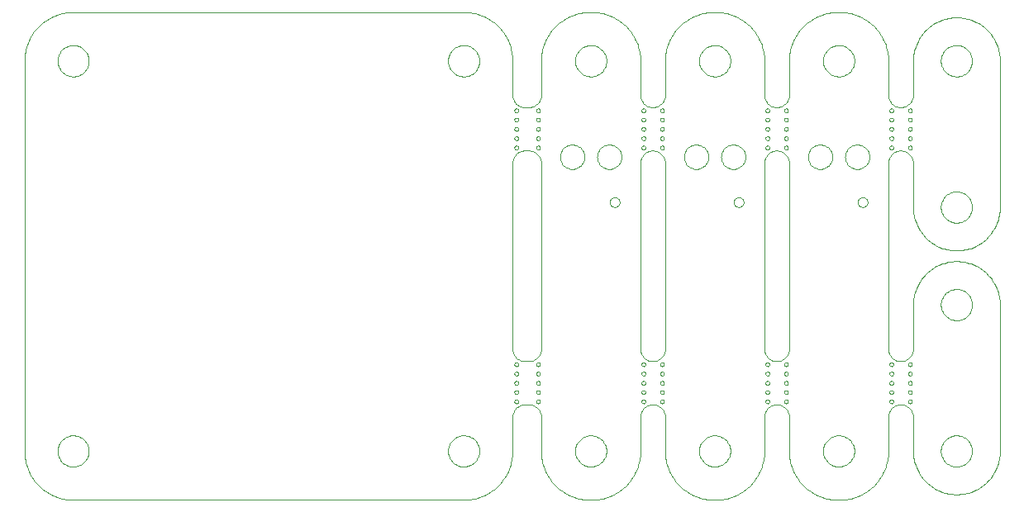
<source format=gbp>
G75*
G70*
%OFA0B0*%
%FSLAX24Y24*%
%IPPOS*%
%LPD*%
%AMOC8*
5,1,8,0,0,1.08239X$1,22.5*
%
%ADD10C,0.0000*%
D10*
X002285Y000317D02*
X018033Y000317D01*
X017403Y002285D02*
X017405Y002335D01*
X017411Y002385D01*
X017421Y002434D01*
X017435Y002482D01*
X017452Y002529D01*
X017473Y002574D01*
X017498Y002618D01*
X017526Y002659D01*
X017558Y002698D01*
X017592Y002735D01*
X017629Y002769D01*
X017669Y002799D01*
X017711Y002826D01*
X017755Y002850D01*
X017801Y002871D01*
X017848Y002887D01*
X017896Y002900D01*
X017946Y002909D01*
X017995Y002914D01*
X018046Y002915D01*
X018096Y002912D01*
X018145Y002905D01*
X018194Y002894D01*
X018242Y002879D01*
X018288Y002861D01*
X018333Y002839D01*
X018376Y002813D01*
X018417Y002784D01*
X018456Y002752D01*
X018492Y002717D01*
X018524Y002679D01*
X018554Y002639D01*
X018581Y002596D01*
X018604Y002552D01*
X018623Y002506D01*
X018639Y002458D01*
X018651Y002409D01*
X018659Y002360D01*
X018663Y002310D01*
X018663Y002260D01*
X018659Y002210D01*
X018651Y002161D01*
X018639Y002112D01*
X018623Y002064D01*
X018604Y002018D01*
X018581Y001974D01*
X018554Y001931D01*
X018524Y001891D01*
X018492Y001853D01*
X018456Y001818D01*
X018417Y001786D01*
X018376Y001757D01*
X018333Y001731D01*
X018288Y001709D01*
X018242Y001691D01*
X018194Y001676D01*
X018145Y001665D01*
X018096Y001658D01*
X018046Y001655D01*
X017995Y001656D01*
X017946Y001661D01*
X017896Y001670D01*
X017848Y001683D01*
X017801Y001699D01*
X017755Y001720D01*
X017711Y001744D01*
X017669Y001771D01*
X017629Y001801D01*
X017592Y001835D01*
X017558Y001872D01*
X017526Y001911D01*
X017498Y001952D01*
X017473Y001996D01*
X017452Y002041D01*
X017435Y002088D01*
X017421Y002136D01*
X017411Y002185D01*
X017405Y002235D01*
X017403Y002285D01*
X018033Y000316D02*
X018127Y000318D01*
X018220Y000325D01*
X018313Y000336D01*
X018406Y000352D01*
X018497Y000372D01*
X018588Y000396D01*
X018677Y000424D01*
X018765Y000457D01*
X018851Y000494D01*
X018935Y000535D01*
X019018Y000580D01*
X019098Y000629D01*
X019175Y000681D01*
X019250Y000737D01*
X019322Y000797D01*
X019392Y000860D01*
X019458Y000926D01*
X019521Y000996D01*
X019581Y001068D01*
X019637Y001143D01*
X019689Y001220D01*
X019738Y001301D01*
X019783Y001383D01*
X019824Y001467D01*
X019861Y001553D01*
X019894Y001641D01*
X019922Y001730D01*
X019946Y001821D01*
X019966Y001912D01*
X019982Y002005D01*
X019993Y002098D01*
X020000Y002191D01*
X020002Y002285D01*
X020002Y003659D01*
X020004Y003703D01*
X020010Y003746D01*
X020019Y003788D01*
X020032Y003830D01*
X020049Y003870D01*
X020069Y003909D01*
X020092Y003946D01*
X020119Y003980D01*
X020148Y004013D01*
X020181Y004042D01*
X020215Y004069D01*
X020252Y004092D01*
X020291Y004112D01*
X020331Y004129D01*
X020373Y004142D01*
X020415Y004151D01*
X020458Y004157D01*
X020502Y004159D01*
X020659Y004159D01*
X020955Y004284D02*
X020957Y004302D01*
X020963Y004318D01*
X020972Y004333D01*
X020985Y004346D01*
X021000Y004355D01*
X021016Y004361D01*
X021034Y004363D01*
X021052Y004361D01*
X021068Y004355D01*
X021083Y004346D01*
X021096Y004333D01*
X021105Y004318D01*
X021111Y004302D01*
X021113Y004284D01*
X021111Y004266D01*
X021105Y004250D01*
X021096Y004235D01*
X021083Y004222D01*
X021068Y004213D01*
X021052Y004207D01*
X021034Y004205D01*
X021016Y004207D01*
X021000Y004213D01*
X020985Y004222D01*
X020972Y004235D01*
X020963Y004250D01*
X020957Y004266D01*
X020955Y004284D01*
X020955Y004659D02*
X020957Y004677D01*
X020963Y004693D01*
X020972Y004708D01*
X020985Y004721D01*
X021000Y004730D01*
X021016Y004736D01*
X021034Y004738D01*
X021052Y004736D01*
X021068Y004730D01*
X021083Y004721D01*
X021096Y004708D01*
X021105Y004693D01*
X021111Y004677D01*
X021113Y004659D01*
X021111Y004641D01*
X021105Y004625D01*
X021096Y004610D01*
X021083Y004597D01*
X021068Y004588D01*
X021052Y004582D01*
X021034Y004580D01*
X021016Y004582D01*
X021000Y004588D01*
X020985Y004597D01*
X020972Y004610D01*
X020963Y004625D01*
X020957Y004641D01*
X020955Y004659D01*
X020955Y005034D02*
X020957Y005052D01*
X020963Y005068D01*
X020972Y005083D01*
X020985Y005096D01*
X021000Y005105D01*
X021016Y005111D01*
X021034Y005113D01*
X021052Y005111D01*
X021068Y005105D01*
X021083Y005096D01*
X021096Y005083D01*
X021105Y005068D01*
X021111Y005052D01*
X021113Y005034D01*
X021111Y005016D01*
X021105Y005000D01*
X021096Y004985D01*
X021083Y004972D01*
X021068Y004963D01*
X021052Y004957D01*
X021034Y004955D01*
X021016Y004957D01*
X021000Y004963D01*
X020985Y004972D01*
X020972Y004985D01*
X020963Y005000D01*
X020957Y005016D01*
X020955Y005034D01*
X020955Y005409D02*
X020957Y005427D01*
X020963Y005443D01*
X020972Y005458D01*
X020985Y005471D01*
X021000Y005480D01*
X021016Y005486D01*
X021034Y005488D01*
X021052Y005486D01*
X021068Y005480D01*
X021083Y005471D01*
X021096Y005458D01*
X021105Y005443D01*
X021111Y005427D01*
X021113Y005409D01*
X021111Y005391D01*
X021105Y005375D01*
X021096Y005360D01*
X021083Y005347D01*
X021068Y005338D01*
X021052Y005332D01*
X021034Y005330D01*
X021016Y005332D01*
X021000Y005338D01*
X020985Y005347D01*
X020972Y005360D01*
X020963Y005375D01*
X020957Y005391D01*
X020955Y005409D01*
X020955Y005784D02*
X020957Y005802D01*
X020963Y005818D01*
X020972Y005833D01*
X020985Y005846D01*
X021000Y005855D01*
X021016Y005861D01*
X021034Y005863D01*
X021052Y005861D01*
X021068Y005855D01*
X021083Y005846D01*
X021096Y005833D01*
X021105Y005818D01*
X021111Y005802D01*
X021113Y005784D01*
X021111Y005766D01*
X021105Y005750D01*
X021096Y005735D01*
X021083Y005722D01*
X021068Y005713D01*
X021052Y005707D01*
X021034Y005705D01*
X021016Y005707D01*
X021000Y005713D01*
X020985Y005722D01*
X020972Y005735D01*
X020963Y005750D01*
X020957Y005766D01*
X020955Y005784D01*
X020659Y005909D02*
X020502Y005909D01*
X020080Y005784D02*
X020082Y005802D01*
X020088Y005818D01*
X020097Y005833D01*
X020110Y005846D01*
X020125Y005855D01*
X020141Y005861D01*
X020159Y005863D01*
X020177Y005861D01*
X020193Y005855D01*
X020208Y005846D01*
X020221Y005833D01*
X020230Y005818D01*
X020236Y005802D01*
X020238Y005784D01*
X020236Y005766D01*
X020230Y005750D01*
X020221Y005735D01*
X020208Y005722D01*
X020193Y005713D01*
X020177Y005707D01*
X020159Y005705D01*
X020141Y005707D01*
X020125Y005713D01*
X020110Y005722D01*
X020097Y005735D01*
X020088Y005750D01*
X020082Y005766D01*
X020080Y005784D01*
X020080Y005409D02*
X020082Y005427D01*
X020088Y005443D01*
X020097Y005458D01*
X020110Y005471D01*
X020125Y005480D01*
X020141Y005486D01*
X020159Y005488D01*
X020177Y005486D01*
X020193Y005480D01*
X020208Y005471D01*
X020221Y005458D01*
X020230Y005443D01*
X020236Y005427D01*
X020238Y005409D01*
X020236Y005391D01*
X020230Y005375D01*
X020221Y005360D01*
X020208Y005347D01*
X020193Y005338D01*
X020177Y005332D01*
X020159Y005330D01*
X020141Y005332D01*
X020125Y005338D01*
X020110Y005347D01*
X020097Y005360D01*
X020088Y005375D01*
X020082Y005391D01*
X020080Y005409D01*
X020080Y005034D02*
X020082Y005052D01*
X020088Y005068D01*
X020097Y005083D01*
X020110Y005096D01*
X020125Y005105D01*
X020141Y005111D01*
X020159Y005113D01*
X020177Y005111D01*
X020193Y005105D01*
X020208Y005096D01*
X020221Y005083D01*
X020230Y005068D01*
X020236Y005052D01*
X020238Y005034D01*
X020236Y005016D01*
X020230Y005000D01*
X020221Y004985D01*
X020208Y004972D01*
X020193Y004963D01*
X020177Y004957D01*
X020159Y004955D01*
X020141Y004957D01*
X020125Y004963D01*
X020110Y004972D01*
X020097Y004985D01*
X020088Y005000D01*
X020082Y005016D01*
X020080Y005034D01*
X020080Y004659D02*
X020082Y004677D01*
X020088Y004693D01*
X020097Y004708D01*
X020110Y004721D01*
X020125Y004730D01*
X020141Y004736D01*
X020159Y004738D01*
X020177Y004736D01*
X020193Y004730D01*
X020208Y004721D01*
X020221Y004708D01*
X020230Y004693D01*
X020236Y004677D01*
X020238Y004659D01*
X020236Y004641D01*
X020230Y004625D01*
X020221Y004610D01*
X020208Y004597D01*
X020193Y004588D01*
X020177Y004582D01*
X020159Y004580D01*
X020141Y004582D01*
X020125Y004588D01*
X020110Y004597D01*
X020097Y004610D01*
X020088Y004625D01*
X020082Y004641D01*
X020080Y004659D01*
X020080Y004284D02*
X020082Y004302D01*
X020088Y004318D01*
X020097Y004333D01*
X020110Y004346D01*
X020125Y004355D01*
X020141Y004361D01*
X020159Y004363D01*
X020177Y004361D01*
X020193Y004355D01*
X020208Y004346D01*
X020221Y004333D01*
X020230Y004318D01*
X020236Y004302D01*
X020238Y004284D01*
X020236Y004266D01*
X020230Y004250D01*
X020221Y004235D01*
X020208Y004222D01*
X020193Y004213D01*
X020177Y004207D01*
X020159Y004205D01*
X020141Y004207D01*
X020125Y004213D01*
X020110Y004222D01*
X020097Y004235D01*
X020088Y004250D01*
X020082Y004266D01*
X020080Y004284D01*
X020659Y004159D02*
X020703Y004157D01*
X020746Y004151D01*
X020788Y004142D01*
X020830Y004129D01*
X020870Y004112D01*
X020909Y004092D01*
X020946Y004069D01*
X020980Y004042D01*
X021013Y004013D01*
X021042Y003980D01*
X021069Y003946D01*
X021092Y003909D01*
X021112Y003870D01*
X021129Y003830D01*
X021142Y003788D01*
X021151Y003746D01*
X021157Y003703D01*
X021159Y003659D01*
X021159Y002285D01*
X021161Y002191D01*
X021168Y002098D01*
X021179Y002005D01*
X021195Y001912D01*
X021215Y001821D01*
X021239Y001730D01*
X021267Y001641D01*
X021300Y001553D01*
X021337Y001467D01*
X021378Y001383D01*
X021423Y001301D01*
X021472Y001220D01*
X021524Y001143D01*
X021580Y001068D01*
X021640Y000996D01*
X021703Y000926D01*
X021769Y000860D01*
X021839Y000797D01*
X021911Y000737D01*
X021986Y000681D01*
X022063Y000629D01*
X022143Y000580D01*
X022226Y000535D01*
X022310Y000494D01*
X022396Y000457D01*
X022484Y000424D01*
X022573Y000396D01*
X022664Y000372D01*
X022755Y000352D01*
X022848Y000336D01*
X022941Y000325D01*
X023034Y000318D01*
X023128Y000316D01*
X023128Y000317D02*
X023191Y000317D01*
X023191Y000316D02*
X023285Y000318D01*
X023378Y000325D01*
X023471Y000336D01*
X023564Y000352D01*
X023655Y000372D01*
X023746Y000396D01*
X023835Y000424D01*
X023923Y000457D01*
X024009Y000494D01*
X024093Y000535D01*
X024176Y000580D01*
X024256Y000629D01*
X024333Y000681D01*
X024408Y000737D01*
X024480Y000797D01*
X024550Y000860D01*
X024616Y000926D01*
X024679Y000996D01*
X024739Y001068D01*
X024795Y001143D01*
X024847Y001220D01*
X024896Y001301D01*
X024941Y001383D01*
X024982Y001467D01*
X025019Y001553D01*
X025052Y001641D01*
X025080Y001730D01*
X025104Y001821D01*
X025124Y001912D01*
X025140Y002005D01*
X025151Y002098D01*
X025158Y002191D01*
X025160Y002285D01*
X025159Y002285D02*
X025159Y003659D01*
X025659Y004159D02*
X025703Y004157D01*
X025746Y004151D01*
X025788Y004142D01*
X025830Y004129D01*
X025870Y004112D01*
X025909Y004092D01*
X025946Y004069D01*
X025980Y004042D01*
X026013Y004013D01*
X026042Y003980D01*
X026069Y003946D01*
X026092Y003909D01*
X026112Y003870D01*
X026129Y003830D01*
X026142Y003788D01*
X026151Y003746D01*
X026157Y003703D01*
X026159Y003659D01*
X026159Y002285D01*
X026161Y002191D01*
X026168Y002098D01*
X026179Y002005D01*
X026195Y001912D01*
X026215Y001821D01*
X026239Y001730D01*
X026267Y001641D01*
X026300Y001553D01*
X026337Y001467D01*
X026378Y001383D01*
X026423Y001301D01*
X026472Y001220D01*
X026524Y001143D01*
X026580Y001068D01*
X026640Y000996D01*
X026703Y000926D01*
X026769Y000860D01*
X026839Y000797D01*
X026911Y000737D01*
X026986Y000681D01*
X027063Y000629D01*
X027143Y000580D01*
X027226Y000535D01*
X027310Y000494D01*
X027396Y000457D01*
X027484Y000424D01*
X027573Y000396D01*
X027664Y000372D01*
X027755Y000352D01*
X027848Y000336D01*
X027941Y000325D01*
X028034Y000318D01*
X028128Y000316D01*
X028128Y000317D02*
X028191Y000317D01*
X028191Y000316D02*
X028285Y000318D01*
X028378Y000325D01*
X028471Y000336D01*
X028564Y000352D01*
X028655Y000372D01*
X028746Y000396D01*
X028835Y000424D01*
X028923Y000457D01*
X029009Y000494D01*
X029093Y000535D01*
X029176Y000580D01*
X029256Y000629D01*
X029333Y000681D01*
X029408Y000737D01*
X029480Y000797D01*
X029550Y000860D01*
X029616Y000926D01*
X029679Y000996D01*
X029739Y001068D01*
X029795Y001143D01*
X029847Y001220D01*
X029896Y001301D01*
X029941Y001383D01*
X029982Y001467D01*
X030019Y001553D01*
X030052Y001641D01*
X030080Y001730D01*
X030104Y001821D01*
X030124Y001912D01*
X030140Y002005D01*
X030151Y002098D01*
X030158Y002191D01*
X030160Y002285D01*
X030159Y002285D02*
X030159Y003659D01*
X030659Y004159D02*
X030703Y004157D01*
X030746Y004151D01*
X030788Y004142D01*
X030830Y004129D01*
X030870Y004112D01*
X030909Y004092D01*
X030946Y004069D01*
X030980Y004042D01*
X031013Y004013D01*
X031042Y003980D01*
X031069Y003946D01*
X031092Y003909D01*
X031112Y003870D01*
X031129Y003830D01*
X031142Y003788D01*
X031151Y003746D01*
X031157Y003703D01*
X031159Y003659D01*
X031159Y002285D01*
X031161Y002191D01*
X031168Y002098D01*
X031179Y002005D01*
X031195Y001912D01*
X031215Y001821D01*
X031239Y001730D01*
X031267Y001641D01*
X031300Y001553D01*
X031337Y001467D01*
X031378Y001383D01*
X031423Y001301D01*
X031472Y001220D01*
X031524Y001143D01*
X031580Y001068D01*
X031640Y000996D01*
X031703Y000926D01*
X031769Y000860D01*
X031839Y000797D01*
X031911Y000737D01*
X031986Y000681D01*
X032063Y000629D01*
X032143Y000580D01*
X032226Y000535D01*
X032310Y000494D01*
X032396Y000457D01*
X032484Y000424D01*
X032573Y000396D01*
X032664Y000372D01*
X032755Y000352D01*
X032848Y000336D01*
X032941Y000325D01*
X033034Y000318D01*
X033128Y000316D01*
X033128Y000317D02*
X033191Y000317D01*
X033191Y000316D02*
X033285Y000318D01*
X033378Y000325D01*
X033471Y000336D01*
X033564Y000352D01*
X033655Y000372D01*
X033746Y000396D01*
X033835Y000424D01*
X033923Y000457D01*
X034009Y000494D01*
X034093Y000535D01*
X034176Y000580D01*
X034256Y000629D01*
X034333Y000681D01*
X034408Y000737D01*
X034480Y000797D01*
X034550Y000860D01*
X034616Y000926D01*
X034679Y000996D01*
X034739Y001068D01*
X034795Y001143D01*
X034847Y001220D01*
X034896Y001301D01*
X034941Y001383D01*
X034982Y001467D01*
X035019Y001553D01*
X035052Y001641D01*
X035080Y001730D01*
X035104Y001821D01*
X035124Y001912D01*
X035140Y002005D01*
X035151Y002098D01*
X035158Y002191D01*
X035160Y002285D01*
X035159Y002285D02*
X035159Y003659D01*
X035659Y004159D02*
X035703Y004157D01*
X035746Y004151D01*
X035788Y004142D01*
X035830Y004129D01*
X035870Y004112D01*
X035909Y004092D01*
X035946Y004069D01*
X035980Y004042D01*
X036013Y004013D01*
X036042Y003980D01*
X036069Y003946D01*
X036092Y003909D01*
X036112Y003870D01*
X036129Y003830D01*
X036142Y003788D01*
X036151Y003746D01*
X036157Y003703D01*
X036159Y003659D01*
X036159Y002285D01*
X037279Y002285D02*
X037281Y002335D01*
X037287Y002385D01*
X037297Y002434D01*
X037311Y002482D01*
X037328Y002529D01*
X037349Y002574D01*
X037374Y002618D01*
X037402Y002659D01*
X037434Y002698D01*
X037468Y002735D01*
X037505Y002769D01*
X037545Y002799D01*
X037587Y002826D01*
X037631Y002850D01*
X037677Y002871D01*
X037724Y002887D01*
X037772Y002900D01*
X037822Y002909D01*
X037871Y002914D01*
X037922Y002915D01*
X037972Y002912D01*
X038021Y002905D01*
X038070Y002894D01*
X038118Y002879D01*
X038164Y002861D01*
X038209Y002839D01*
X038252Y002813D01*
X038293Y002784D01*
X038332Y002752D01*
X038368Y002717D01*
X038400Y002679D01*
X038430Y002639D01*
X038457Y002596D01*
X038480Y002552D01*
X038499Y002506D01*
X038515Y002458D01*
X038527Y002409D01*
X038535Y002360D01*
X038539Y002310D01*
X038539Y002260D01*
X038535Y002210D01*
X038527Y002161D01*
X038515Y002112D01*
X038499Y002064D01*
X038480Y002018D01*
X038457Y001974D01*
X038430Y001931D01*
X038400Y001891D01*
X038368Y001853D01*
X038332Y001818D01*
X038293Y001786D01*
X038252Y001757D01*
X038209Y001731D01*
X038164Y001709D01*
X038118Y001691D01*
X038070Y001676D01*
X038021Y001665D01*
X037972Y001658D01*
X037922Y001655D01*
X037871Y001656D01*
X037822Y001661D01*
X037772Y001670D01*
X037724Y001683D01*
X037677Y001699D01*
X037631Y001720D01*
X037587Y001744D01*
X037545Y001771D01*
X037505Y001801D01*
X037468Y001835D01*
X037434Y001872D01*
X037402Y001911D01*
X037374Y001952D01*
X037349Y001996D01*
X037328Y002041D01*
X037311Y002088D01*
X037297Y002136D01*
X037287Y002185D01*
X037281Y002235D01*
X037279Y002285D01*
X037911Y000533D02*
X037994Y000535D01*
X038077Y000541D01*
X038160Y000551D01*
X038242Y000565D01*
X038323Y000582D01*
X038403Y000604D01*
X038483Y000629D01*
X038561Y000658D01*
X038637Y000691D01*
X038712Y000727D01*
X038785Y000767D01*
X038856Y000810D01*
X038925Y000857D01*
X038992Y000907D01*
X039056Y000960D01*
X039117Y001016D01*
X039176Y001075D01*
X039232Y001136D01*
X039285Y001200D01*
X039335Y001267D01*
X039382Y001336D01*
X039425Y001407D01*
X039465Y001480D01*
X039501Y001555D01*
X039534Y001631D01*
X039563Y001709D01*
X039588Y001789D01*
X039610Y001869D01*
X039627Y001950D01*
X039641Y002032D01*
X039651Y002115D01*
X039657Y002198D01*
X039659Y002281D01*
X039659Y008195D01*
X039657Y008278D01*
X039651Y008361D01*
X039641Y008444D01*
X039627Y008526D01*
X039610Y008607D01*
X039588Y008687D01*
X039563Y008767D01*
X039534Y008845D01*
X039501Y008921D01*
X039465Y008996D01*
X039425Y009069D01*
X039382Y009140D01*
X039335Y009209D01*
X039285Y009276D01*
X039232Y009340D01*
X039176Y009401D01*
X039117Y009460D01*
X039056Y009516D01*
X038992Y009569D01*
X038925Y009619D01*
X038856Y009666D01*
X038785Y009709D01*
X038712Y009749D01*
X038637Y009785D01*
X038561Y009818D01*
X038483Y009847D01*
X038403Y009872D01*
X038323Y009894D01*
X038242Y009911D01*
X038160Y009925D01*
X038077Y009935D01*
X037994Y009941D01*
X037911Y009943D01*
X037279Y008191D02*
X037281Y008241D01*
X037287Y008291D01*
X037297Y008340D01*
X037311Y008388D01*
X037328Y008435D01*
X037349Y008480D01*
X037374Y008524D01*
X037402Y008565D01*
X037434Y008604D01*
X037468Y008641D01*
X037505Y008675D01*
X037545Y008705D01*
X037587Y008732D01*
X037631Y008756D01*
X037677Y008777D01*
X037724Y008793D01*
X037772Y008806D01*
X037822Y008815D01*
X037871Y008820D01*
X037922Y008821D01*
X037972Y008818D01*
X038021Y008811D01*
X038070Y008800D01*
X038118Y008785D01*
X038164Y008767D01*
X038209Y008745D01*
X038252Y008719D01*
X038293Y008690D01*
X038332Y008658D01*
X038368Y008623D01*
X038400Y008585D01*
X038430Y008545D01*
X038457Y008502D01*
X038480Y008458D01*
X038499Y008412D01*
X038515Y008364D01*
X038527Y008315D01*
X038535Y008266D01*
X038539Y008216D01*
X038539Y008166D01*
X038535Y008116D01*
X038527Y008067D01*
X038515Y008018D01*
X038499Y007970D01*
X038480Y007924D01*
X038457Y007880D01*
X038430Y007837D01*
X038400Y007797D01*
X038368Y007759D01*
X038332Y007724D01*
X038293Y007692D01*
X038252Y007663D01*
X038209Y007637D01*
X038164Y007615D01*
X038118Y007597D01*
X038070Y007582D01*
X038021Y007571D01*
X037972Y007564D01*
X037922Y007561D01*
X037871Y007562D01*
X037822Y007567D01*
X037772Y007576D01*
X037724Y007589D01*
X037677Y007605D01*
X037631Y007626D01*
X037587Y007650D01*
X037545Y007677D01*
X037505Y007707D01*
X037468Y007741D01*
X037434Y007778D01*
X037402Y007817D01*
X037374Y007858D01*
X037349Y007902D01*
X037328Y007947D01*
X037311Y007994D01*
X037297Y008042D01*
X037287Y008091D01*
X037281Y008141D01*
X037279Y008191D01*
X036159Y008191D02*
X036161Y008274D01*
X036167Y008358D01*
X036177Y008440D01*
X036191Y008523D01*
X036208Y008604D01*
X036230Y008685D01*
X036255Y008764D01*
X036284Y008842D01*
X036317Y008919D01*
X036354Y008994D01*
X036394Y009067D01*
X036437Y009138D01*
X036484Y009207D01*
X036534Y009274D01*
X036587Y009338D01*
X036643Y009400D01*
X036702Y009459D01*
X036764Y009515D01*
X036828Y009568D01*
X036895Y009618D01*
X036964Y009665D01*
X037035Y009708D01*
X037108Y009748D01*
X037183Y009785D01*
X037260Y009818D01*
X037338Y009847D01*
X037417Y009872D01*
X037498Y009894D01*
X037579Y009911D01*
X037662Y009925D01*
X037744Y009935D01*
X037828Y009941D01*
X037911Y009943D01*
X036159Y008191D02*
X036159Y006409D01*
X036157Y006365D01*
X036151Y006322D01*
X036142Y006280D01*
X036129Y006238D01*
X036112Y006198D01*
X036092Y006159D01*
X036069Y006122D01*
X036042Y006088D01*
X036013Y006055D01*
X035980Y006026D01*
X035946Y005999D01*
X035909Y005976D01*
X035870Y005956D01*
X035830Y005939D01*
X035788Y005926D01*
X035746Y005917D01*
X035703Y005911D01*
X035659Y005909D01*
X035205Y005784D02*
X035207Y005802D01*
X035213Y005818D01*
X035222Y005833D01*
X035235Y005846D01*
X035250Y005855D01*
X035266Y005861D01*
X035284Y005863D01*
X035302Y005861D01*
X035318Y005855D01*
X035333Y005846D01*
X035346Y005833D01*
X035355Y005818D01*
X035361Y005802D01*
X035363Y005784D01*
X035361Y005766D01*
X035355Y005750D01*
X035346Y005735D01*
X035333Y005722D01*
X035318Y005713D01*
X035302Y005707D01*
X035284Y005705D01*
X035266Y005707D01*
X035250Y005713D01*
X035235Y005722D01*
X035222Y005735D01*
X035213Y005750D01*
X035207Y005766D01*
X035205Y005784D01*
X035205Y005409D02*
X035207Y005427D01*
X035213Y005443D01*
X035222Y005458D01*
X035235Y005471D01*
X035250Y005480D01*
X035266Y005486D01*
X035284Y005488D01*
X035302Y005486D01*
X035318Y005480D01*
X035333Y005471D01*
X035346Y005458D01*
X035355Y005443D01*
X035361Y005427D01*
X035363Y005409D01*
X035361Y005391D01*
X035355Y005375D01*
X035346Y005360D01*
X035333Y005347D01*
X035318Y005338D01*
X035302Y005332D01*
X035284Y005330D01*
X035266Y005332D01*
X035250Y005338D01*
X035235Y005347D01*
X035222Y005360D01*
X035213Y005375D01*
X035207Y005391D01*
X035205Y005409D01*
X035205Y005034D02*
X035207Y005052D01*
X035213Y005068D01*
X035222Y005083D01*
X035235Y005096D01*
X035250Y005105D01*
X035266Y005111D01*
X035284Y005113D01*
X035302Y005111D01*
X035318Y005105D01*
X035333Y005096D01*
X035346Y005083D01*
X035355Y005068D01*
X035361Y005052D01*
X035363Y005034D01*
X035361Y005016D01*
X035355Y005000D01*
X035346Y004985D01*
X035333Y004972D01*
X035318Y004963D01*
X035302Y004957D01*
X035284Y004955D01*
X035266Y004957D01*
X035250Y004963D01*
X035235Y004972D01*
X035222Y004985D01*
X035213Y005000D01*
X035207Y005016D01*
X035205Y005034D01*
X035205Y004659D02*
X035207Y004677D01*
X035213Y004693D01*
X035222Y004708D01*
X035235Y004721D01*
X035250Y004730D01*
X035266Y004736D01*
X035284Y004738D01*
X035302Y004736D01*
X035318Y004730D01*
X035333Y004721D01*
X035346Y004708D01*
X035355Y004693D01*
X035361Y004677D01*
X035363Y004659D01*
X035361Y004641D01*
X035355Y004625D01*
X035346Y004610D01*
X035333Y004597D01*
X035318Y004588D01*
X035302Y004582D01*
X035284Y004580D01*
X035266Y004582D01*
X035250Y004588D01*
X035235Y004597D01*
X035222Y004610D01*
X035213Y004625D01*
X035207Y004641D01*
X035205Y004659D01*
X035205Y004284D02*
X035207Y004302D01*
X035213Y004318D01*
X035222Y004333D01*
X035235Y004346D01*
X035250Y004355D01*
X035266Y004361D01*
X035284Y004363D01*
X035302Y004361D01*
X035318Y004355D01*
X035333Y004346D01*
X035346Y004333D01*
X035355Y004318D01*
X035361Y004302D01*
X035363Y004284D01*
X035361Y004266D01*
X035355Y004250D01*
X035346Y004235D01*
X035333Y004222D01*
X035318Y004213D01*
X035302Y004207D01*
X035284Y004205D01*
X035266Y004207D01*
X035250Y004213D01*
X035235Y004222D01*
X035222Y004235D01*
X035213Y004250D01*
X035207Y004266D01*
X035205Y004284D01*
X035659Y004159D02*
X035615Y004157D01*
X035572Y004151D01*
X035530Y004142D01*
X035488Y004129D01*
X035448Y004112D01*
X035409Y004092D01*
X035372Y004069D01*
X035338Y004042D01*
X035305Y004013D01*
X035276Y003980D01*
X035249Y003946D01*
X035226Y003909D01*
X035206Y003870D01*
X035189Y003830D01*
X035176Y003788D01*
X035167Y003746D01*
X035161Y003703D01*
X035159Y003659D01*
X035955Y004284D02*
X035957Y004302D01*
X035963Y004318D01*
X035972Y004333D01*
X035985Y004346D01*
X036000Y004355D01*
X036016Y004361D01*
X036034Y004363D01*
X036052Y004361D01*
X036068Y004355D01*
X036083Y004346D01*
X036096Y004333D01*
X036105Y004318D01*
X036111Y004302D01*
X036113Y004284D01*
X036111Y004266D01*
X036105Y004250D01*
X036096Y004235D01*
X036083Y004222D01*
X036068Y004213D01*
X036052Y004207D01*
X036034Y004205D01*
X036016Y004207D01*
X036000Y004213D01*
X035985Y004222D01*
X035972Y004235D01*
X035963Y004250D01*
X035957Y004266D01*
X035955Y004284D01*
X035955Y004659D02*
X035957Y004677D01*
X035963Y004693D01*
X035972Y004708D01*
X035985Y004721D01*
X036000Y004730D01*
X036016Y004736D01*
X036034Y004738D01*
X036052Y004736D01*
X036068Y004730D01*
X036083Y004721D01*
X036096Y004708D01*
X036105Y004693D01*
X036111Y004677D01*
X036113Y004659D01*
X036111Y004641D01*
X036105Y004625D01*
X036096Y004610D01*
X036083Y004597D01*
X036068Y004588D01*
X036052Y004582D01*
X036034Y004580D01*
X036016Y004582D01*
X036000Y004588D01*
X035985Y004597D01*
X035972Y004610D01*
X035963Y004625D01*
X035957Y004641D01*
X035955Y004659D01*
X035955Y005034D02*
X035957Y005052D01*
X035963Y005068D01*
X035972Y005083D01*
X035985Y005096D01*
X036000Y005105D01*
X036016Y005111D01*
X036034Y005113D01*
X036052Y005111D01*
X036068Y005105D01*
X036083Y005096D01*
X036096Y005083D01*
X036105Y005068D01*
X036111Y005052D01*
X036113Y005034D01*
X036111Y005016D01*
X036105Y005000D01*
X036096Y004985D01*
X036083Y004972D01*
X036068Y004963D01*
X036052Y004957D01*
X036034Y004955D01*
X036016Y004957D01*
X036000Y004963D01*
X035985Y004972D01*
X035972Y004985D01*
X035963Y005000D01*
X035957Y005016D01*
X035955Y005034D01*
X035955Y005409D02*
X035957Y005427D01*
X035963Y005443D01*
X035972Y005458D01*
X035985Y005471D01*
X036000Y005480D01*
X036016Y005486D01*
X036034Y005488D01*
X036052Y005486D01*
X036068Y005480D01*
X036083Y005471D01*
X036096Y005458D01*
X036105Y005443D01*
X036111Y005427D01*
X036113Y005409D01*
X036111Y005391D01*
X036105Y005375D01*
X036096Y005360D01*
X036083Y005347D01*
X036068Y005338D01*
X036052Y005332D01*
X036034Y005330D01*
X036016Y005332D01*
X036000Y005338D01*
X035985Y005347D01*
X035972Y005360D01*
X035963Y005375D01*
X035957Y005391D01*
X035955Y005409D01*
X035955Y005784D02*
X035957Y005802D01*
X035963Y005818D01*
X035972Y005833D01*
X035985Y005846D01*
X036000Y005855D01*
X036016Y005861D01*
X036034Y005863D01*
X036052Y005861D01*
X036068Y005855D01*
X036083Y005846D01*
X036096Y005833D01*
X036105Y005818D01*
X036111Y005802D01*
X036113Y005784D01*
X036111Y005766D01*
X036105Y005750D01*
X036096Y005735D01*
X036083Y005722D01*
X036068Y005713D01*
X036052Y005707D01*
X036034Y005705D01*
X036016Y005707D01*
X036000Y005713D01*
X035985Y005722D01*
X035972Y005735D01*
X035963Y005750D01*
X035957Y005766D01*
X035955Y005784D01*
X035659Y005909D02*
X035615Y005911D01*
X035572Y005917D01*
X035530Y005926D01*
X035488Y005939D01*
X035448Y005956D01*
X035409Y005976D01*
X035372Y005999D01*
X035338Y006026D01*
X035305Y006055D01*
X035276Y006088D01*
X035249Y006122D01*
X035226Y006159D01*
X035206Y006198D01*
X035189Y006238D01*
X035176Y006280D01*
X035167Y006322D01*
X035161Y006365D01*
X035159Y006409D01*
X035159Y013909D01*
X035659Y014409D02*
X035703Y014407D01*
X035746Y014401D01*
X035788Y014392D01*
X035830Y014379D01*
X035870Y014362D01*
X035909Y014342D01*
X035946Y014319D01*
X035980Y014292D01*
X036013Y014263D01*
X036042Y014230D01*
X036069Y014196D01*
X036092Y014159D01*
X036112Y014120D01*
X036129Y014080D01*
X036142Y014038D01*
X036151Y013996D01*
X036157Y013953D01*
X036159Y013909D01*
X036159Y012128D01*
X037279Y012128D02*
X037281Y012178D01*
X037287Y012228D01*
X037297Y012277D01*
X037311Y012325D01*
X037328Y012372D01*
X037349Y012417D01*
X037374Y012461D01*
X037402Y012502D01*
X037434Y012541D01*
X037468Y012578D01*
X037505Y012612D01*
X037545Y012642D01*
X037587Y012669D01*
X037631Y012693D01*
X037677Y012714D01*
X037724Y012730D01*
X037772Y012743D01*
X037822Y012752D01*
X037871Y012757D01*
X037922Y012758D01*
X037972Y012755D01*
X038021Y012748D01*
X038070Y012737D01*
X038118Y012722D01*
X038164Y012704D01*
X038209Y012682D01*
X038252Y012656D01*
X038293Y012627D01*
X038332Y012595D01*
X038368Y012560D01*
X038400Y012522D01*
X038430Y012482D01*
X038457Y012439D01*
X038480Y012395D01*
X038499Y012349D01*
X038515Y012301D01*
X038527Y012252D01*
X038535Y012203D01*
X038539Y012153D01*
X038539Y012103D01*
X038535Y012053D01*
X038527Y012004D01*
X038515Y011955D01*
X038499Y011907D01*
X038480Y011861D01*
X038457Y011817D01*
X038430Y011774D01*
X038400Y011734D01*
X038368Y011696D01*
X038332Y011661D01*
X038293Y011629D01*
X038252Y011600D01*
X038209Y011574D01*
X038164Y011552D01*
X038118Y011534D01*
X038070Y011519D01*
X038021Y011508D01*
X037972Y011501D01*
X037922Y011498D01*
X037871Y011499D01*
X037822Y011504D01*
X037772Y011513D01*
X037724Y011526D01*
X037677Y011542D01*
X037631Y011563D01*
X037587Y011587D01*
X037545Y011614D01*
X037505Y011644D01*
X037468Y011678D01*
X037434Y011715D01*
X037402Y011754D01*
X037374Y011795D01*
X037349Y011839D01*
X037328Y011884D01*
X037311Y011931D01*
X037297Y011979D01*
X037287Y012028D01*
X037281Y012078D01*
X037279Y012128D01*
X036159Y012128D02*
X036161Y012045D01*
X036167Y011961D01*
X036177Y011879D01*
X036191Y011796D01*
X036208Y011715D01*
X036230Y011634D01*
X036255Y011555D01*
X036284Y011477D01*
X036317Y011400D01*
X036354Y011325D01*
X036394Y011252D01*
X036437Y011181D01*
X036484Y011112D01*
X036534Y011045D01*
X036587Y010981D01*
X036643Y010919D01*
X036702Y010860D01*
X036764Y010804D01*
X036828Y010751D01*
X036895Y010701D01*
X036964Y010654D01*
X037035Y010611D01*
X037108Y010571D01*
X037183Y010534D01*
X037260Y010501D01*
X037338Y010472D01*
X037417Y010447D01*
X037498Y010425D01*
X037579Y010408D01*
X037662Y010394D01*
X037744Y010384D01*
X037828Y010378D01*
X037911Y010376D01*
X037994Y010378D01*
X038077Y010384D01*
X038160Y010394D01*
X038242Y010408D01*
X038323Y010425D01*
X038403Y010447D01*
X038483Y010472D01*
X038561Y010501D01*
X038637Y010534D01*
X038712Y010570D01*
X038785Y010610D01*
X038856Y010653D01*
X038925Y010700D01*
X038992Y010750D01*
X039056Y010803D01*
X039117Y010859D01*
X039176Y010918D01*
X039232Y010979D01*
X039285Y011043D01*
X039335Y011110D01*
X039382Y011179D01*
X039425Y011250D01*
X039465Y011323D01*
X039501Y011398D01*
X039534Y011474D01*
X039563Y011552D01*
X039588Y011632D01*
X039610Y011712D01*
X039627Y011793D01*
X039641Y011875D01*
X039651Y011958D01*
X039657Y012041D01*
X039659Y012124D01*
X039659Y018037D01*
X039657Y018120D01*
X039651Y018203D01*
X039641Y018286D01*
X039627Y018368D01*
X039610Y018449D01*
X039588Y018529D01*
X039563Y018609D01*
X039534Y018687D01*
X039501Y018763D01*
X039465Y018838D01*
X039425Y018911D01*
X039382Y018982D01*
X039335Y019051D01*
X039285Y019118D01*
X039232Y019182D01*
X039176Y019243D01*
X039117Y019302D01*
X039056Y019358D01*
X038992Y019411D01*
X038925Y019461D01*
X038856Y019508D01*
X038785Y019551D01*
X038712Y019591D01*
X038637Y019627D01*
X038561Y019660D01*
X038483Y019689D01*
X038403Y019714D01*
X038323Y019736D01*
X038242Y019753D01*
X038160Y019767D01*
X038077Y019777D01*
X037994Y019783D01*
X037911Y019785D01*
X037279Y018033D02*
X037281Y018083D01*
X037287Y018133D01*
X037297Y018182D01*
X037311Y018230D01*
X037328Y018277D01*
X037349Y018322D01*
X037374Y018366D01*
X037402Y018407D01*
X037434Y018446D01*
X037468Y018483D01*
X037505Y018517D01*
X037545Y018547D01*
X037587Y018574D01*
X037631Y018598D01*
X037677Y018619D01*
X037724Y018635D01*
X037772Y018648D01*
X037822Y018657D01*
X037871Y018662D01*
X037922Y018663D01*
X037972Y018660D01*
X038021Y018653D01*
X038070Y018642D01*
X038118Y018627D01*
X038164Y018609D01*
X038209Y018587D01*
X038252Y018561D01*
X038293Y018532D01*
X038332Y018500D01*
X038368Y018465D01*
X038400Y018427D01*
X038430Y018387D01*
X038457Y018344D01*
X038480Y018300D01*
X038499Y018254D01*
X038515Y018206D01*
X038527Y018157D01*
X038535Y018108D01*
X038539Y018058D01*
X038539Y018008D01*
X038535Y017958D01*
X038527Y017909D01*
X038515Y017860D01*
X038499Y017812D01*
X038480Y017766D01*
X038457Y017722D01*
X038430Y017679D01*
X038400Y017639D01*
X038368Y017601D01*
X038332Y017566D01*
X038293Y017534D01*
X038252Y017505D01*
X038209Y017479D01*
X038164Y017457D01*
X038118Y017439D01*
X038070Y017424D01*
X038021Y017413D01*
X037972Y017406D01*
X037922Y017403D01*
X037871Y017404D01*
X037822Y017409D01*
X037772Y017418D01*
X037724Y017431D01*
X037677Y017447D01*
X037631Y017468D01*
X037587Y017492D01*
X037545Y017519D01*
X037505Y017549D01*
X037468Y017583D01*
X037434Y017620D01*
X037402Y017659D01*
X037374Y017700D01*
X037349Y017744D01*
X037328Y017789D01*
X037311Y017836D01*
X037297Y017884D01*
X037287Y017933D01*
X037281Y017983D01*
X037279Y018033D01*
X036159Y018033D02*
X036161Y018116D01*
X036167Y018200D01*
X036177Y018282D01*
X036191Y018365D01*
X036208Y018446D01*
X036230Y018527D01*
X036255Y018606D01*
X036284Y018684D01*
X036317Y018761D01*
X036354Y018836D01*
X036394Y018909D01*
X036437Y018980D01*
X036484Y019049D01*
X036534Y019116D01*
X036587Y019180D01*
X036643Y019242D01*
X036702Y019301D01*
X036764Y019357D01*
X036828Y019410D01*
X036895Y019460D01*
X036964Y019507D01*
X037035Y019550D01*
X037108Y019590D01*
X037183Y019627D01*
X037260Y019660D01*
X037338Y019689D01*
X037417Y019714D01*
X037498Y019736D01*
X037579Y019753D01*
X037662Y019767D01*
X037744Y019777D01*
X037828Y019783D01*
X037911Y019785D01*
X036159Y018033D02*
X036159Y016659D01*
X036157Y016615D01*
X036151Y016572D01*
X036142Y016530D01*
X036129Y016488D01*
X036112Y016448D01*
X036092Y016409D01*
X036069Y016372D01*
X036042Y016338D01*
X036013Y016305D01*
X035980Y016276D01*
X035946Y016249D01*
X035909Y016226D01*
X035870Y016206D01*
X035830Y016189D01*
X035788Y016176D01*
X035746Y016167D01*
X035703Y016161D01*
X035659Y016159D01*
X035205Y016034D02*
X035207Y016052D01*
X035213Y016068D01*
X035222Y016083D01*
X035235Y016096D01*
X035250Y016105D01*
X035266Y016111D01*
X035284Y016113D01*
X035302Y016111D01*
X035318Y016105D01*
X035333Y016096D01*
X035346Y016083D01*
X035355Y016068D01*
X035361Y016052D01*
X035363Y016034D01*
X035361Y016016D01*
X035355Y016000D01*
X035346Y015985D01*
X035333Y015972D01*
X035318Y015963D01*
X035302Y015957D01*
X035284Y015955D01*
X035266Y015957D01*
X035250Y015963D01*
X035235Y015972D01*
X035222Y015985D01*
X035213Y016000D01*
X035207Y016016D01*
X035205Y016034D01*
X035205Y015659D02*
X035207Y015677D01*
X035213Y015693D01*
X035222Y015708D01*
X035235Y015721D01*
X035250Y015730D01*
X035266Y015736D01*
X035284Y015738D01*
X035302Y015736D01*
X035318Y015730D01*
X035333Y015721D01*
X035346Y015708D01*
X035355Y015693D01*
X035361Y015677D01*
X035363Y015659D01*
X035361Y015641D01*
X035355Y015625D01*
X035346Y015610D01*
X035333Y015597D01*
X035318Y015588D01*
X035302Y015582D01*
X035284Y015580D01*
X035266Y015582D01*
X035250Y015588D01*
X035235Y015597D01*
X035222Y015610D01*
X035213Y015625D01*
X035207Y015641D01*
X035205Y015659D01*
X035205Y015284D02*
X035207Y015302D01*
X035213Y015318D01*
X035222Y015333D01*
X035235Y015346D01*
X035250Y015355D01*
X035266Y015361D01*
X035284Y015363D01*
X035302Y015361D01*
X035318Y015355D01*
X035333Y015346D01*
X035346Y015333D01*
X035355Y015318D01*
X035361Y015302D01*
X035363Y015284D01*
X035361Y015266D01*
X035355Y015250D01*
X035346Y015235D01*
X035333Y015222D01*
X035318Y015213D01*
X035302Y015207D01*
X035284Y015205D01*
X035266Y015207D01*
X035250Y015213D01*
X035235Y015222D01*
X035222Y015235D01*
X035213Y015250D01*
X035207Y015266D01*
X035205Y015284D01*
X035205Y014909D02*
X035207Y014927D01*
X035213Y014943D01*
X035222Y014958D01*
X035235Y014971D01*
X035250Y014980D01*
X035266Y014986D01*
X035284Y014988D01*
X035302Y014986D01*
X035318Y014980D01*
X035333Y014971D01*
X035346Y014958D01*
X035355Y014943D01*
X035361Y014927D01*
X035363Y014909D01*
X035361Y014891D01*
X035355Y014875D01*
X035346Y014860D01*
X035333Y014847D01*
X035318Y014838D01*
X035302Y014832D01*
X035284Y014830D01*
X035266Y014832D01*
X035250Y014838D01*
X035235Y014847D01*
X035222Y014860D01*
X035213Y014875D01*
X035207Y014891D01*
X035205Y014909D01*
X035205Y014534D02*
X035207Y014552D01*
X035213Y014568D01*
X035222Y014583D01*
X035235Y014596D01*
X035250Y014605D01*
X035266Y014611D01*
X035284Y014613D01*
X035302Y014611D01*
X035318Y014605D01*
X035333Y014596D01*
X035346Y014583D01*
X035355Y014568D01*
X035361Y014552D01*
X035363Y014534D01*
X035361Y014516D01*
X035355Y014500D01*
X035346Y014485D01*
X035333Y014472D01*
X035318Y014463D01*
X035302Y014457D01*
X035284Y014455D01*
X035266Y014457D01*
X035250Y014463D01*
X035235Y014472D01*
X035222Y014485D01*
X035213Y014500D01*
X035207Y014516D01*
X035205Y014534D01*
X035659Y014409D02*
X035615Y014407D01*
X035572Y014401D01*
X035530Y014392D01*
X035488Y014379D01*
X035448Y014362D01*
X035409Y014342D01*
X035372Y014319D01*
X035338Y014292D01*
X035305Y014263D01*
X035276Y014230D01*
X035249Y014196D01*
X035226Y014159D01*
X035206Y014120D01*
X035189Y014080D01*
X035176Y014038D01*
X035167Y013996D01*
X035161Y013953D01*
X035159Y013909D01*
X035955Y014534D02*
X035957Y014552D01*
X035963Y014568D01*
X035972Y014583D01*
X035985Y014596D01*
X036000Y014605D01*
X036016Y014611D01*
X036034Y014613D01*
X036052Y014611D01*
X036068Y014605D01*
X036083Y014596D01*
X036096Y014583D01*
X036105Y014568D01*
X036111Y014552D01*
X036113Y014534D01*
X036111Y014516D01*
X036105Y014500D01*
X036096Y014485D01*
X036083Y014472D01*
X036068Y014463D01*
X036052Y014457D01*
X036034Y014455D01*
X036016Y014457D01*
X036000Y014463D01*
X035985Y014472D01*
X035972Y014485D01*
X035963Y014500D01*
X035957Y014516D01*
X035955Y014534D01*
X035955Y014909D02*
X035957Y014927D01*
X035963Y014943D01*
X035972Y014958D01*
X035985Y014971D01*
X036000Y014980D01*
X036016Y014986D01*
X036034Y014988D01*
X036052Y014986D01*
X036068Y014980D01*
X036083Y014971D01*
X036096Y014958D01*
X036105Y014943D01*
X036111Y014927D01*
X036113Y014909D01*
X036111Y014891D01*
X036105Y014875D01*
X036096Y014860D01*
X036083Y014847D01*
X036068Y014838D01*
X036052Y014832D01*
X036034Y014830D01*
X036016Y014832D01*
X036000Y014838D01*
X035985Y014847D01*
X035972Y014860D01*
X035963Y014875D01*
X035957Y014891D01*
X035955Y014909D01*
X035955Y015284D02*
X035957Y015302D01*
X035963Y015318D01*
X035972Y015333D01*
X035985Y015346D01*
X036000Y015355D01*
X036016Y015361D01*
X036034Y015363D01*
X036052Y015361D01*
X036068Y015355D01*
X036083Y015346D01*
X036096Y015333D01*
X036105Y015318D01*
X036111Y015302D01*
X036113Y015284D01*
X036111Y015266D01*
X036105Y015250D01*
X036096Y015235D01*
X036083Y015222D01*
X036068Y015213D01*
X036052Y015207D01*
X036034Y015205D01*
X036016Y015207D01*
X036000Y015213D01*
X035985Y015222D01*
X035972Y015235D01*
X035963Y015250D01*
X035957Y015266D01*
X035955Y015284D01*
X035955Y015659D02*
X035957Y015677D01*
X035963Y015693D01*
X035972Y015708D01*
X035985Y015721D01*
X036000Y015730D01*
X036016Y015736D01*
X036034Y015738D01*
X036052Y015736D01*
X036068Y015730D01*
X036083Y015721D01*
X036096Y015708D01*
X036105Y015693D01*
X036111Y015677D01*
X036113Y015659D01*
X036111Y015641D01*
X036105Y015625D01*
X036096Y015610D01*
X036083Y015597D01*
X036068Y015588D01*
X036052Y015582D01*
X036034Y015580D01*
X036016Y015582D01*
X036000Y015588D01*
X035985Y015597D01*
X035972Y015610D01*
X035963Y015625D01*
X035957Y015641D01*
X035955Y015659D01*
X035955Y016034D02*
X035957Y016052D01*
X035963Y016068D01*
X035972Y016083D01*
X035985Y016096D01*
X036000Y016105D01*
X036016Y016111D01*
X036034Y016113D01*
X036052Y016111D01*
X036068Y016105D01*
X036083Y016096D01*
X036096Y016083D01*
X036105Y016068D01*
X036111Y016052D01*
X036113Y016034D01*
X036111Y016016D01*
X036105Y016000D01*
X036096Y015985D01*
X036083Y015972D01*
X036068Y015963D01*
X036052Y015957D01*
X036034Y015955D01*
X036016Y015957D01*
X036000Y015963D01*
X035985Y015972D01*
X035972Y015985D01*
X035963Y016000D01*
X035957Y016016D01*
X035955Y016034D01*
X035659Y016159D02*
X035615Y016161D01*
X035572Y016167D01*
X035530Y016176D01*
X035488Y016189D01*
X035448Y016206D01*
X035409Y016226D01*
X035372Y016249D01*
X035338Y016276D01*
X035305Y016305D01*
X035276Y016338D01*
X035249Y016372D01*
X035226Y016409D01*
X035206Y016448D01*
X035189Y016488D01*
X035176Y016530D01*
X035167Y016572D01*
X035161Y016615D01*
X035159Y016659D01*
X035159Y018033D01*
X035160Y018033D02*
X035158Y018127D01*
X035151Y018220D01*
X035140Y018313D01*
X035124Y018406D01*
X035104Y018497D01*
X035080Y018588D01*
X035052Y018677D01*
X035019Y018765D01*
X034982Y018851D01*
X034941Y018935D01*
X034896Y019017D01*
X034847Y019098D01*
X034795Y019175D01*
X034739Y019250D01*
X034679Y019322D01*
X034616Y019392D01*
X034550Y019458D01*
X034480Y019521D01*
X034408Y019581D01*
X034333Y019637D01*
X034256Y019689D01*
X034175Y019738D01*
X034093Y019783D01*
X034009Y019824D01*
X033923Y019861D01*
X033835Y019894D01*
X033746Y019922D01*
X033655Y019946D01*
X033564Y019966D01*
X033471Y019982D01*
X033378Y019993D01*
X033285Y020000D01*
X033191Y020002D01*
X033128Y020002D01*
X033034Y020000D01*
X032941Y019993D01*
X032848Y019982D01*
X032755Y019966D01*
X032664Y019946D01*
X032573Y019922D01*
X032484Y019894D01*
X032396Y019861D01*
X032310Y019824D01*
X032226Y019783D01*
X032143Y019738D01*
X032063Y019689D01*
X031986Y019637D01*
X031911Y019581D01*
X031839Y019521D01*
X031769Y019458D01*
X031703Y019392D01*
X031640Y019322D01*
X031580Y019250D01*
X031524Y019175D01*
X031472Y019098D01*
X031423Y019018D01*
X031378Y018935D01*
X031337Y018851D01*
X031300Y018765D01*
X031267Y018677D01*
X031239Y018588D01*
X031215Y018497D01*
X031195Y018406D01*
X031179Y018313D01*
X031168Y018220D01*
X031161Y018127D01*
X031159Y018033D01*
X031159Y016659D01*
X031157Y016615D01*
X031151Y016572D01*
X031142Y016530D01*
X031129Y016488D01*
X031112Y016448D01*
X031092Y016409D01*
X031069Y016372D01*
X031042Y016338D01*
X031013Y016305D01*
X030980Y016276D01*
X030946Y016249D01*
X030909Y016226D01*
X030870Y016206D01*
X030830Y016189D01*
X030788Y016176D01*
X030746Y016167D01*
X030703Y016161D01*
X030659Y016159D01*
X030205Y016034D02*
X030207Y016052D01*
X030213Y016068D01*
X030222Y016083D01*
X030235Y016096D01*
X030250Y016105D01*
X030266Y016111D01*
X030284Y016113D01*
X030302Y016111D01*
X030318Y016105D01*
X030333Y016096D01*
X030346Y016083D01*
X030355Y016068D01*
X030361Y016052D01*
X030363Y016034D01*
X030361Y016016D01*
X030355Y016000D01*
X030346Y015985D01*
X030333Y015972D01*
X030318Y015963D01*
X030302Y015957D01*
X030284Y015955D01*
X030266Y015957D01*
X030250Y015963D01*
X030235Y015972D01*
X030222Y015985D01*
X030213Y016000D01*
X030207Y016016D01*
X030205Y016034D01*
X030205Y015659D02*
X030207Y015677D01*
X030213Y015693D01*
X030222Y015708D01*
X030235Y015721D01*
X030250Y015730D01*
X030266Y015736D01*
X030284Y015738D01*
X030302Y015736D01*
X030318Y015730D01*
X030333Y015721D01*
X030346Y015708D01*
X030355Y015693D01*
X030361Y015677D01*
X030363Y015659D01*
X030361Y015641D01*
X030355Y015625D01*
X030346Y015610D01*
X030333Y015597D01*
X030318Y015588D01*
X030302Y015582D01*
X030284Y015580D01*
X030266Y015582D01*
X030250Y015588D01*
X030235Y015597D01*
X030222Y015610D01*
X030213Y015625D01*
X030207Y015641D01*
X030205Y015659D01*
X030205Y015284D02*
X030207Y015302D01*
X030213Y015318D01*
X030222Y015333D01*
X030235Y015346D01*
X030250Y015355D01*
X030266Y015361D01*
X030284Y015363D01*
X030302Y015361D01*
X030318Y015355D01*
X030333Y015346D01*
X030346Y015333D01*
X030355Y015318D01*
X030361Y015302D01*
X030363Y015284D01*
X030361Y015266D01*
X030355Y015250D01*
X030346Y015235D01*
X030333Y015222D01*
X030318Y015213D01*
X030302Y015207D01*
X030284Y015205D01*
X030266Y015207D01*
X030250Y015213D01*
X030235Y015222D01*
X030222Y015235D01*
X030213Y015250D01*
X030207Y015266D01*
X030205Y015284D01*
X030205Y014909D02*
X030207Y014927D01*
X030213Y014943D01*
X030222Y014958D01*
X030235Y014971D01*
X030250Y014980D01*
X030266Y014986D01*
X030284Y014988D01*
X030302Y014986D01*
X030318Y014980D01*
X030333Y014971D01*
X030346Y014958D01*
X030355Y014943D01*
X030361Y014927D01*
X030363Y014909D01*
X030361Y014891D01*
X030355Y014875D01*
X030346Y014860D01*
X030333Y014847D01*
X030318Y014838D01*
X030302Y014832D01*
X030284Y014830D01*
X030266Y014832D01*
X030250Y014838D01*
X030235Y014847D01*
X030222Y014860D01*
X030213Y014875D01*
X030207Y014891D01*
X030205Y014909D01*
X030205Y014534D02*
X030207Y014552D01*
X030213Y014568D01*
X030222Y014583D01*
X030235Y014596D01*
X030250Y014605D01*
X030266Y014611D01*
X030284Y014613D01*
X030302Y014611D01*
X030318Y014605D01*
X030333Y014596D01*
X030346Y014583D01*
X030355Y014568D01*
X030361Y014552D01*
X030363Y014534D01*
X030361Y014516D01*
X030355Y014500D01*
X030346Y014485D01*
X030333Y014472D01*
X030318Y014463D01*
X030302Y014457D01*
X030284Y014455D01*
X030266Y014457D01*
X030250Y014463D01*
X030235Y014472D01*
X030222Y014485D01*
X030213Y014500D01*
X030207Y014516D01*
X030205Y014534D01*
X030955Y014534D02*
X030957Y014552D01*
X030963Y014568D01*
X030972Y014583D01*
X030985Y014596D01*
X031000Y014605D01*
X031016Y014611D01*
X031034Y014613D01*
X031052Y014611D01*
X031068Y014605D01*
X031083Y014596D01*
X031096Y014583D01*
X031105Y014568D01*
X031111Y014552D01*
X031113Y014534D01*
X031111Y014516D01*
X031105Y014500D01*
X031096Y014485D01*
X031083Y014472D01*
X031068Y014463D01*
X031052Y014457D01*
X031034Y014455D01*
X031016Y014457D01*
X031000Y014463D01*
X030985Y014472D01*
X030972Y014485D01*
X030963Y014500D01*
X030957Y014516D01*
X030955Y014534D01*
X030955Y014909D02*
X030957Y014927D01*
X030963Y014943D01*
X030972Y014958D01*
X030985Y014971D01*
X031000Y014980D01*
X031016Y014986D01*
X031034Y014988D01*
X031052Y014986D01*
X031068Y014980D01*
X031083Y014971D01*
X031096Y014958D01*
X031105Y014943D01*
X031111Y014927D01*
X031113Y014909D01*
X031111Y014891D01*
X031105Y014875D01*
X031096Y014860D01*
X031083Y014847D01*
X031068Y014838D01*
X031052Y014832D01*
X031034Y014830D01*
X031016Y014832D01*
X031000Y014838D01*
X030985Y014847D01*
X030972Y014860D01*
X030963Y014875D01*
X030957Y014891D01*
X030955Y014909D01*
X030955Y015284D02*
X030957Y015302D01*
X030963Y015318D01*
X030972Y015333D01*
X030985Y015346D01*
X031000Y015355D01*
X031016Y015361D01*
X031034Y015363D01*
X031052Y015361D01*
X031068Y015355D01*
X031083Y015346D01*
X031096Y015333D01*
X031105Y015318D01*
X031111Y015302D01*
X031113Y015284D01*
X031111Y015266D01*
X031105Y015250D01*
X031096Y015235D01*
X031083Y015222D01*
X031068Y015213D01*
X031052Y015207D01*
X031034Y015205D01*
X031016Y015207D01*
X031000Y015213D01*
X030985Y015222D01*
X030972Y015235D01*
X030963Y015250D01*
X030957Y015266D01*
X030955Y015284D01*
X030955Y015659D02*
X030957Y015677D01*
X030963Y015693D01*
X030972Y015708D01*
X030985Y015721D01*
X031000Y015730D01*
X031016Y015736D01*
X031034Y015738D01*
X031052Y015736D01*
X031068Y015730D01*
X031083Y015721D01*
X031096Y015708D01*
X031105Y015693D01*
X031111Y015677D01*
X031113Y015659D01*
X031111Y015641D01*
X031105Y015625D01*
X031096Y015610D01*
X031083Y015597D01*
X031068Y015588D01*
X031052Y015582D01*
X031034Y015580D01*
X031016Y015582D01*
X031000Y015588D01*
X030985Y015597D01*
X030972Y015610D01*
X030963Y015625D01*
X030957Y015641D01*
X030955Y015659D01*
X030955Y016034D02*
X030957Y016052D01*
X030963Y016068D01*
X030972Y016083D01*
X030985Y016096D01*
X031000Y016105D01*
X031016Y016111D01*
X031034Y016113D01*
X031052Y016111D01*
X031068Y016105D01*
X031083Y016096D01*
X031096Y016083D01*
X031105Y016068D01*
X031111Y016052D01*
X031113Y016034D01*
X031111Y016016D01*
X031105Y016000D01*
X031096Y015985D01*
X031083Y015972D01*
X031068Y015963D01*
X031052Y015957D01*
X031034Y015955D01*
X031016Y015957D01*
X031000Y015963D01*
X030985Y015972D01*
X030972Y015985D01*
X030963Y016000D01*
X030957Y016016D01*
X030955Y016034D01*
X030659Y016159D02*
X030615Y016161D01*
X030572Y016167D01*
X030530Y016176D01*
X030488Y016189D01*
X030448Y016206D01*
X030409Y016226D01*
X030372Y016249D01*
X030338Y016276D01*
X030305Y016305D01*
X030276Y016338D01*
X030249Y016372D01*
X030226Y016409D01*
X030206Y016448D01*
X030189Y016488D01*
X030176Y016530D01*
X030167Y016572D01*
X030161Y016615D01*
X030159Y016659D01*
X030159Y018033D01*
X030160Y018033D02*
X030158Y018127D01*
X030151Y018220D01*
X030140Y018313D01*
X030124Y018406D01*
X030104Y018497D01*
X030080Y018588D01*
X030052Y018677D01*
X030019Y018765D01*
X029982Y018851D01*
X029941Y018935D01*
X029896Y019017D01*
X029847Y019098D01*
X029795Y019175D01*
X029739Y019250D01*
X029679Y019322D01*
X029616Y019392D01*
X029550Y019458D01*
X029480Y019521D01*
X029408Y019581D01*
X029333Y019637D01*
X029256Y019689D01*
X029175Y019738D01*
X029093Y019783D01*
X029009Y019824D01*
X028923Y019861D01*
X028835Y019894D01*
X028746Y019922D01*
X028655Y019946D01*
X028564Y019966D01*
X028471Y019982D01*
X028378Y019993D01*
X028285Y020000D01*
X028191Y020002D01*
X028128Y020002D01*
X028034Y020000D01*
X027941Y019993D01*
X027848Y019982D01*
X027755Y019966D01*
X027664Y019946D01*
X027573Y019922D01*
X027484Y019894D01*
X027396Y019861D01*
X027310Y019824D01*
X027226Y019783D01*
X027143Y019738D01*
X027063Y019689D01*
X026986Y019637D01*
X026911Y019581D01*
X026839Y019521D01*
X026769Y019458D01*
X026703Y019392D01*
X026640Y019322D01*
X026580Y019250D01*
X026524Y019175D01*
X026472Y019098D01*
X026423Y019018D01*
X026378Y018935D01*
X026337Y018851D01*
X026300Y018765D01*
X026267Y018677D01*
X026239Y018588D01*
X026215Y018497D01*
X026195Y018406D01*
X026179Y018313D01*
X026168Y018220D01*
X026161Y018127D01*
X026159Y018033D01*
X026159Y016659D01*
X026157Y016615D01*
X026151Y016572D01*
X026142Y016530D01*
X026129Y016488D01*
X026112Y016448D01*
X026092Y016409D01*
X026069Y016372D01*
X026042Y016338D01*
X026013Y016305D01*
X025980Y016276D01*
X025946Y016249D01*
X025909Y016226D01*
X025870Y016206D01*
X025830Y016189D01*
X025788Y016176D01*
X025746Y016167D01*
X025703Y016161D01*
X025659Y016159D01*
X025205Y016034D02*
X025207Y016052D01*
X025213Y016068D01*
X025222Y016083D01*
X025235Y016096D01*
X025250Y016105D01*
X025266Y016111D01*
X025284Y016113D01*
X025302Y016111D01*
X025318Y016105D01*
X025333Y016096D01*
X025346Y016083D01*
X025355Y016068D01*
X025361Y016052D01*
X025363Y016034D01*
X025361Y016016D01*
X025355Y016000D01*
X025346Y015985D01*
X025333Y015972D01*
X025318Y015963D01*
X025302Y015957D01*
X025284Y015955D01*
X025266Y015957D01*
X025250Y015963D01*
X025235Y015972D01*
X025222Y015985D01*
X025213Y016000D01*
X025207Y016016D01*
X025205Y016034D01*
X025205Y015659D02*
X025207Y015677D01*
X025213Y015693D01*
X025222Y015708D01*
X025235Y015721D01*
X025250Y015730D01*
X025266Y015736D01*
X025284Y015738D01*
X025302Y015736D01*
X025318Y015730D01*
X025333Y015721D01*
X025346Y015708D01*
X025355Y015693D01*
X025361Y015677D01*
X025363Y015659D01*
X025361Y015641D01*
X025355Y015625D01*
X025346Y015610D01*
X025333Y015597D01*
X025318Y015588D01*
X025302Y015582D01*
X025284Y015580D01*
X025266Y015582D01*
X025250Y015588D01*
X025235Y015597D01*
X025222Y015610D01*
X025213Y015625D01*
X025207Y015641D01*
X025205Y015659D01*
X025205Y015284D02*
X025207Y015302D01*
X025213Y015318D01*
X025222Y015333D01*
X025235Y015346D01*
X025250Y015355D01*
X025266Y015361D01*
X025284Y015363D01*
X025302Y015361D01*
X025318Y015355D01*
X025333Y015346D01*
X025346Y015333D01*
X025355Y015318D01*
X025361Y015302D01*
X025363Y015284D01*
X025361Y015266D01*
X025355Y015250D01*
X025346Y015235D01*
X025333Y015222D01*
X025318Y015213D01*
X025302Y015207D01*
X025284Y015205D01*
X025266Y015207D01*
X025250Y015213D01*
X025235Y015222D01*
X025222Y015235D01*
X025213Y015250D01*
X025207Y015266D01*
X025205Y015284D01*
X025205Y014909D02*
X025207Y014927D01*
X025213Y014943D01*
X025222Y014958D01*
X025235Y014971D01*
X025250Y014980D01*
X025266Y014986D01*
X025284Y014988D01*
X025302Y014986D01*
X025318Y014980D01*
X025333Y014971D01*
X025346Y014958D01*
X025355Y014943D01*
X025361Y014927D01*
X025363Y014909D01*
X025361Y014891D01*
X025355Y014875D01*
X025346Y014860D01*
X025333Y014847D01*
X025318Y014838D01*
X025302Y014832D01*
X025284Y014830D01*
X025266Y014832D01*
X025250Y014838D01*
X025235Y014847D01*
X025222Y014860D01*
X025213Y014875D01*
X025207Y014891D01*
X025205Y014909D01*
X025205Y014534D02*
X025207Y014552D01*
X025213Y014568D01*
X025222Y014583D01*
X025235Y014596D01*
X025250Y014605D01*
X025266Y014611D01*
X025284Y014613D01*
X025302Y014611D01*
X025318Y014605D01*
X025333Y014596D01*
X025346Y014583D01*
X025355Y014568D01*
X025361Y014552D01*
X025363Y014534D01*
X025361Y014516D01*
X025355Y014500D01*
X025346Y014485D01*
X025333Y014472D01*
X025318Y014463D01*
X025302Y014457D01*
X025284Y014455D01*
X025266Y014457D01*
X025250Y014463D01*
X025235Y014472D01*
X025222Y014485D01*
X025213Y014500D01*
X025207Y014516D01*
X025205Y014534D01*
X025159Y013909D02*
X025159Y006409D01*
X025659Y005909D02*
X025703Y005911D01*
X025746Y005917D01*
X025788Y005926D01*
X025830Y005939D01*
X025870Y005956D01*
X025909Y005976D01*
X025946Y005999D01*
X025980Y006026D01*
X026013Y006055D01*
X026042Y006088D01*
X026069Y006122D01*
X026092Y006159D01*
X026112Y006198D01*
X026129Y006238D01*
X026142Y006280D01*
X026151Y006322D01*
X026157Y006365D01*
X026159Y006409D01*
X026159Y013909D01*
X026157Y013953D01*
X026151Y013996D01*
X026142Y014038D01*
X026129Y014080D01*
X026112Y014120D01*
X026092Y014159D01*
X026069Y014196D01*
X026042Y014230D01*
X026013Y014263D01*
X025980Y014292D01*
X025946Y014319D01*
X025909Y014342D01*
X025870Y014362D01*
X025830Y014379D01*
X025788Y014392D01*
X025746Y014401D01*
X025703Y014407D01*
X025659Y014409D01*
X025955Y014534D02*
X025957Y014552D01*
X025963Y014568D01*
X025972Y014583D01*
X025985Y014596D01*
X026000Y014605D01*
X026016Y014611D01*
X026034Y014613D01*
X026052Y014611D01*
X026068Y014605D01*
X026083Y014596D01*
X026096Y014583D01*
X026105Y014568D01*
X026111Y014552D01*
X026113Y014534D01*
X026111Y014516D01*
X026105Y014500D01*
X026096Y014485D01*
X026083Y014472D01*
X026068Y014463D01*
X026052Y014457D01*
X026034Y014455D01*
X026016Y014457D01*
X026000Y014463D01*
X025985Y014472D01*
X025972Y014485D01*
X025963Y014500D01*
X025957Y014516D01*
X025955Y014534D01*
X025955Y014909D02*
X025957Y014927D01*
X025963Y014943D01*
X025972Y014958D01*
X025985Y014971D01*
X026000Y014980D01*
X026016Y014986D01*
X026034Y014988D01*
X026052Y014986D01*
X026068Y014980D01*
X026083Y014971D01*
X026096Y014958D01*
X026105Y014943D01*
X026111Y014927D01*
X026113Y014909D01*
X026111Y014891D01*
X026105Y014875D01*
X026096Y014860D01*
X026083Y014847D01*
X026068Y014838D01*
X026052Y014832D01*
X026034Y014830D01*
X026016Y014832D01*
X026000Y014838D01*
X025985Y014847D01*
X025972Y014860D01*
X025963Y014875D01*
X025957Y014891D01*
X025955Y014909D01*
X025955Y015284D02*
X025957Y015302D01*
X025963Y015318D01*
X025972Y015333D01*
X025985Y015346D01*
X026000Y015355D01*
X026016Y015361D01*
X026034Y015363D01*
X026052Y015361D01*
X026068Y015355D01*
X026083Y015346D01*
X026096Y015333D01*
X026105Y015318D01*
X026111Y015302D01*
X026113Y015284D01*
X026111Y015266D01*
X026105Y015250D01*
X026096Y015235D01*
X026083Y015222D01*
X026068Y015213D01*
X026052Y015207D01*
X026034Y015205D01*
X026016Y015207D01*
X026000Y015213D01*
X025985Y015222D01*
X025972Y015235D01*
X025963Y015250D01*
X025957Y015266D01*
X025955Y015284D01*
X025955Y015659D02*
X025957Y015677D01*
X025963Y015693D01*
X025972Y015708D01*
X025985Y015721D01*
X026000Y015730D01*
X026016Y015736D01*
X026034Y015738D01*
X026052Y015736D01*
X026068Y015730D01*
X026083Y015721D01*
X026096Y015708D01*
X026105Y015693D01*
X026111Y015677D01*
X026113Y015659D01*
X026111Y015641D01*
X026105Y015625D01*
X026096Y015610D01*
X026083Y015597D01*
X026068Y015588D01*
X026052Y015582D01*
X026034Y015580D01*
X026016Y015582D01*
X026000Y015588D01*
X025985Y015597D01*
X025972Y015610D01*
X025963Y015625D01*
X025957Y015641D01*
X025955Y015659D01*
X025955Y016034D02*
X025957Y016052D01*
X025963Y016068D01*
X025972Y016083D01*
X025985Y016096D01*
X026000Y016105D01*
X026016Y016111D01*
X026034Y016113D01*
X026052Y016111D01*
X026068Y016105D01*
X026083Y016096D01*
X026096Y016083D01*
X026105Y016068D01*
X026111Y016052D01*
X026113Y016034D01*
X026111Y016016D01*
X026105Y016000D01*
X026096Y015985D01*
X026083Y015972D01*
X026068Y015963D01*
X026052Y015957D01*
X026034Y015955D01*
X026016Y015957D01*
X026000Y015963D01*
X025985Y015972D01*
X025972Y015985D01*
X025963Y016000D01*
X025957Y016016D01*
X025955Y016034D01*
X025659Y016159D02*
X025615Y016161D01*
X025572Y016167D01*
X025530Y016176D01*
X025488Y016189D01*
X025448Y016206D01*
X025409Y016226D01*
X025372Y016249D01*
X025338Y016276D01*
X025305Y016305D01*
X025276Y016338D01*
X025249Y016372D01*
X025226Y016409D01*
X025206Y016448D01*
X025189Y016488D01*
X025176Y016530D01*
X025167Y016572D01*
X025161Y016615D01*
X025159Y016659D01*
X025159Y018033D01*
X025160Y018033D02*
X025158Y018127D01*
X025151Y018220D01*
X025140Y018313D01*
X025124Y018406D01*
X025104Y018497D01*
X025080Y018588D01*
X025052Y018677D01*
X025019Y018765D01*
X024982Y018851D01*
X024941Y018935D01*
X024896Y019017D01*
X024847Y019098D01*
X024795Y019175D01*
X024739Y019250D01*
X024679Y019322D01*
X024616Y019392D01*
X024550Y019458D01*
X024480Y019521D01*
X024408Y019581D01*
X024333Y019637D01*
X024256Y019689D01*
X024175Y019738D01*
X024093Y019783D01*
X024009Y019824D01*
X023923Y019861D01*
X023835Y019894D01*
X023746Y019922D01*
X023655Y019946D01*
X023564Y019966D01*
X023471Y019982D01*
X023378Y019993D01*
X023285Y020000D01*
X023191Y020002D01*
X023128Y020002D01*
X023034Y020000D01*
X022941Y019993D01*
X022848Y019982D01*
X022755Y019966D01*
X022664Y019946D01*
X022573Y019922D01*
X022484Y019894D01*
X022396Y019861D01*
X022310Y019824D01*
X022226Y019783D01*
X022143Y019738D01*
X022063Y019689D01*
X021986Y019637D01*
X021911Y019581D01*
X021839Y019521D01*
X021769Y019458D01*
X021703Y019392D01*
X021640Y019322D01*
X021580Y019250D01*
X021524Y019175D01*
X021472Y019098D01*
X021423Y019018D01*
X021378Y018935D01*
X021337Y018851D01*
X021300Y018765D01*
X021267Y018677D01*
X021239Y018588D01*
X021215Y018497D01*
X021195Y018406D01*
X021179Y018313D01*
X021168Y018220D01*
X021161Y018127D01*
X021159Y018033D01*
X021159Y016659D01*
X021157Y016615D01*
X021151Y016572D01*
X021142Y016530D01*
X021129Y016488D01*
X021112Y016448D01*
X021092Y016409D01*
X021069Y016372D01*
X021042Y016338D01*
X021013Y016305D01*
X020980Y016276D01*
X020946Y016249D01*
X020909Y016226D01*
X020870Y016206D01*
X020830Y016189D01*
X020788Y016176D01*
X020746Y016167D01*
X020703Y016161D01*
X020659Y016159D01*
X020502Y016159D01*
X020080Y016034D02*
X020082Y016052D01*
X020088Y016068D01*
X020097Y016083D01*
X020110Y016096D01*
X020125Y016105D01*
X020141Y016111D01*
X020159Y016113D01*
X020177Y016111D01*
X020193Y016105D01*
X020208Y016096D01*
X020221Y016083D01*
X020230Y016068D01*
X020236Y016052D01*
X020238Y016034D01*
X020236Y016016D01*
X020230Y016000D01*
X020221Y015985D01*
X020208Y015972D01*
X020193Y015963D01*
X020177Y015957D01*
X020159Y015955D01*
X020141Y015957D01*
X020125Y015963D01*
X020110Y015972D01*
X020097Y015985D01*
X020088Y016000D01*
X020082Y016016D01*
X020080Y016034D01*
X020080Y015659D02*
X020082Y015677D01*
X020088Y015693D01*
X020097Y015708D01*
X020110Y015721D01*
X020125Y015730D01*
X020141Y015736D01*
X020159Y015738D01*
X020177Y015736D01*
X020193Y015730D01*
X020208Y015721D01*
X020221Y015708D01*
X020230Y015693D01*
X020236Y015677D01*
X020238Y015659D01*
X020236Y015641D01*
X020230Y015625D01*
X020221Y015610D01*
X020208Y015597D01*
X020193Y015588D01*
X020177Y015582D01*
X020159Y015580D01*
X020141Y015582D01*
X020125Y015588D01*
X020110Y015597D01*
X020097Y015610D01*
X020088Y015625D01*
X020082Y015641D01*
X020080Y015659D01*
X020080Y015284D02*
X020082Y015302D01*
X020088Y015318D01*
X020097Y015333D01*
X020110Y015346D01*
X020125Y015355D01*
X020141Y015361D01*
X020159Y015363D01*
X020177Y015361D01*
X020193Y015355D01*
X020208Y015346D01*
X020221Y015333D01*
X020230Y015318D01*
X020236Y015302D01*
X020238Y015284D01*
X020236Y015266D01*
X020230Y015250D01*
X020221Y015235D01*
X020208Y015222D01*
X020193Y015213D01*
X020177Y015207D01*
X020159Y015205D01*
X020141Y015207D01*
X020125Y015213D01*
X020110Y015222D01*
X020097Y015235D01*
X020088Y015250D01*
X020082Y015266D01*
X020080Y015284D01*
X020080Y014909D02*
X020082Y014927D01*
X020088Y014943D01*
X020097Y014958D01*
X020110Y014971D01*
X020125Y014980D01*
X020141Y014986D01*
X020159Y014988D01*
X020177Y014986D01*
X020193Y014980D01*
X020208Y014971D01*
X020221Y014958D01*
X020230Y014943D01*
X020236Y014927D01*
X020238Y014909D01*
X020236Y014891D01*
X020230Y014875D01*
X020221Y014860D01*
X020208Y014847D01*
X020193Y014838D01*
X020177Y014832D01*
X020159Y014830D01*
X020141Y014832D01*
X020125Y014838D01*
X020110Y014847D01*
X020097Y014860D01*
X020088Y014875D01*
X020082Y014891D01*
X020080Y014909D01*
X020080Y014534D02*
X020082Y014552D01*
X020088Y014568D01*
X020097Y014583D01*
X020110Y014596D01*
X020125Y014605D01*
X020141Y014611D01*
X020159Y014613D01*
X020177Y014611D01*
X020193Y014605D01*
X020208Y014596D01*
X020221Y014583D01*
X020230Y014568D01*
X020236Y014552D01*
X020238Y014534D01*
X020236Y014516D01*
X020230Y014500D01*
X020221Y014485D01*
X020208Y014472D01*
X020193Y014463D01*
X020177Y014457D01*
X020159Y014455D01*
X020141Y014457D01*
X020125Y014463D01*
X020110Y014472D01*
X020097Y014485D01*
X020088Y014500D01*
X020082Y014516D01*
X020080Y014534D01*
X020502Y014409D02*
X020659Y014409D01*
X020955Y014534D02*
X020957Y014552D01*
X020963Y014568D01*
X020972Y014583D01*
X020985Y014596D01*
X021000Y014605D01*
X021016Y014611D01*
X021034Y014613D01*
X021052Y014611D01*
X021068Y014605D01*
X021083Y014596D01*
X021096Y014583D01*
X021105Y014568D01*
X021111Y014552D01*
X021113Y014534D01*
X021111Y014516D01*
X021105Y014500D01*
X021096Y014485D01*
X021083Y014472D01*
X021068Y014463D01*
X021052Y014457D01*
X021034Y014455D01*
X021016Y014457D01*
X021000Y014463D01*
X020985Y014472D01*
X020972Y014485D01*
X020963Y014500D01*
X020957Y014516D01*
X020955Y014534D01*
X020955Y014909D02*
X020957Y014927D01*
X020963Y014943D01*
X020972Y014958D01*
X020985Y014971D01*
X021000Y014980D01*
X021016Y014986D01*
X021034Y014988D01*
X021052Y014986D01*
X021068Y014980D01*
X021083Y014971D01*
X021096Y014958D01*
X021105Y014943D01*
X021111Y014927D01*
X021113Y014909D01*
X021111Y014891D01*
X021105Y014875D01*
X021096Y014860D01*
X021083Y014847D01*
X021068Y014838D01*
X021052Y014832D01*
X021034Y014830D01*
X021016Y014832D01*
X021000Y014838D01*
X020985Y014847D01*
X020972Y014860D01*
X020963Y014875D01*
X020957Y014891D01*
X020955Y014909D01*
X020955Y015284D02*
X020957Y015302D01*
X020963Y015318D01*
X020972Y015333D01*
X020985Y015346D01*
X021000Y015355D01*
X021016Y015361D01*
X021034Y015363D01*
X021052Y015361D01*
X021068Y015355D01*
X021083Y015346D01*
X021096Y015333D01*
X021105Y015318D01*
X021111Y015302D01*
X021113Y015284D01*
X021111Y015266D01*
X021105Y015250D01*
X021096Y015235D01*
X021083Y015222D01*
X021068Y015213D01*
X021052Y015207D01*
X021034Y015205D01*
X021016Y015207D01*
X021000Y015213D01*
X020985Y015222D01*
X020972Y015235D01*
X020963Y015250D01*
X020957Y015266D01*
X020955Y015284D01*
X020955Y015659D02*
X020957Y015677D01*
X020963Y015693D01*
X020972Y015708D01*
X020985Y015721D01*
X021000Y015730D01*
X021016Y015736D01*
X021034Y015738D01*
X021052Y015736D01*
X021068Y015730D01*
X021083Y015721D01*
X021096Y015708D01*
X021105Y015693D01*
X021111Y015677D01*
X021113Y015659D01*
X021111Y015641D01*
X021105Y015625D01*
X021096Y015610D01*
X021083Y015597D01*
X021068Y015588D01*
X021052Y015582D01*
X021034Y015580D01*
X021016Y015582D01*
X021000Y015588D01*
X020985Y015597D01*
X020972Y015610D01*
X020963Y015625D01*
X020957Y015641D01*
X020955Y015659D01*
X020955Y016034D02*
X020957Y016052D01*
X020963Y016068D01*
X020972Y016083D01*
X020985Y016096D01*
X021000Y016105D01*
X021016Y016111D01*
X021034Y016113D01*
X021052Y016111D01*
X021068Y016105D01*
X021083Y016096D01*
X021096Y016083D01*
X021105Y016068D01*
X021111Y016052D01*
X021113Y016034D01*
X021111Y016016D01*
X021105Y016000D01*
X021096Y015985D01*
X021083Y015972D01*
X021068Y015963D01*
X021052Y015957D01*
X021034Y015955D01*
X021016Y015957D01*
X021000Y015963D01*
X020985Y015972D01*
X020972Y015985D01*
X020963Y016000D01*
X020957Y016016D01*
X020955Y016034D01*
X020502Y016159D02*
X020458Y016161D01*
X020415Y016167D01*
X020373Y016176D01*
X020331Y016189D01*
X020291Y016206D01*
X020252Y016226D01*
X020215Y016249D01*
X020181Y016276D01*
X020148Y016305D01*
X020119Y016338D01*
X020092Y016372D01*
X020069Y016409D01*
X020049Y016448D01*
X020032Y016488D01*
X020019Y016530D01*
X020010Y016572D01*
X020004Y016615D01*
X020002Y016659D01*
X020002Y018033D01*
X017403Y018033D02*
X017405Y018083D01*
X017411Y018133D01*
X017421Y018182D01*
X017435Y018230D01*
X017452Y018277D01*
X017473Y018322D01*
X017498Y018366D01*
X017526Y018407D01*
X017558Y018446D01*
X017592Y018483D01*
X017629Y018517D01*
X017669Y018547D01*
X017711Y018574D01*
X017755Y018598D01*
X017801Y018619D01*
X017848Y018635D01*
X017896Y018648D01*
X017946Y018657D01*
X017995Y018662D01*
X018046Y018663D01*
X018096Y018660D01*
X018145Y018653D01*
X018194Y018642D01*
X018242Y018627D01*
X018288Y018609D01*
X018333Y018587D01*
X018376Y018561D01*
X018417Y018532D01*
X018456Y018500D01*
X018492Y018465D01*
X018524Y018427D01*
X018554Y018387D01*
X018581Y018344D01*
X018604Y018300D01*
X018623Y018254D01*
X018639Y018206D01*
X018651Y018157D01*
X018659Y018108D01*
X018663Y018058D01*
X018663Y018008D01*
X018659Y017958D01*
X018651Y017909D01*
X018639Y017860D01*
X018623Y017812D01*
X018604Y017766D01*
X018581Y017722D01*
X018554Y017679D01*
X018524Y017639D01*
X018492Y017601D01*
X018456Y017566D01*
X018417Y017534D01*
X018376Y017505D01*
X018333Y017479D01*
X018288Y017457D01*
X018242Y017439D01*
X018194Y017424D01*
X018145Y017413D01*
X018096Y017406D01*
X018046Y017403D01*
X017995Y017404D01*
X017946Y017409D01*
X017896Y017418D01*
X017848Y017431D01*
X017801Y017447D01*
X017755Y017468D01*
X017711Y017492D01*
X017669Y017519D01*
X017629Y017549D01*
X017592Y017583D01*
X017558Y017620D01*
X017526Y017659D01*
X017498Y017700D01*
X017473Y017744D01*
X017452Y017789D01*
X017435Y017836D01*
X017421Y017884D01*
X017411Y017933D01*
X017405Y017983D01*
X017403Y018033D01*
X018033Y020002D02*
X018127Y020000D01*
X018220Y019993D01*
X018313Y019982D01*
X018406Y019966D01*
X018497Y019946D01*
X018588Y019922D01*
X018677Y019894D01*
X018765Y019861D01*
X018851Y019824D01*
X018935Y019783D01*
X019017Y019738D01*
X019098Y019689D01*
X019175Y019637D01*
X019250Y019581D01*
X019322Y019521D01*
X019392Y019458D01*
X019458Y019392D01*
X019521Y019322D01*
X019581Y019250D01*
X019637Y019175D01*
X019689Y019098D01*
X019738Y019017D01*
X019783Y018935D01*
X019824Y018851D01*
X019861Y018765D01*
X019894Y018677D01*
X019922Y018588D01*
X019946Y018497D01*
X019966Y018406D01*
X019982Y018313D01*
X019993Y018220D01*
X020000Y018127D01*
X020002Y018033D01*
X022529Y018033D02*
X022531Y018083D01*
X022537Y018133D01*
X022547Y018182D01*
X022561Y018230D01*
X022578Y018277D01*
X022599Y018322D01*
X022624Y018366D01*
X022652Y018407D01*
X022684Y018446D01*
X022718Y018483D01*
X022755Y018517D01*
X022795Y018547D01*
X022837Y018574D01*
X022881Y018598D01*
X022927Y018619D01*
X022974Y018635D01*
X023022Y018648D01*
X023072Y018657D01*
X023121Y018662D01*
X023172Y018663D01*
X023222Y018660D01*
X023271Y018653D01*
X023320Y018642D01*
X023368Y018627D01*
X023414Y018609D01*
X023459Y018587D01*
X023502Y018561D01*
X023543Y018532D01*
X023582Y018500D01*
X023618Y018465D01*
X023650Y018427D01*
X023680Y018387D01*
X023707Y018344D01*
X023730Y018300D01*
X023749Y018254D01*
X023765Y018206D01*
X023777Y018157D01*
X023785Y018108D01*
X023789Y018058D01*
X023789Y018008D01*
X023785Y017958D01*
X023777Y017909D01*
X023765Y017860D01*
X023749Y017812D01*
X023730Y017766D01*
X023707Y017722D01*
X023680Y017679D01*
X023650Y017639D01*
X023618Y017601D01*
X023582Y017566D01*
X023543Y017534D01*
X023502Y017505D01*
X023459Y017479D01*
X023414Y017457D01*
X023368Y017439D01*
X023320Y017424D01*
X023271Y017413D01*
X023222Y017406D01*
X023172Y017403D01*
X023121Y017404D01*
X023072Y017409D01*
X023022Y017418D01*
X022974Y017431D01*
X022927Y017447D01*
X022881Y017468D01*
X022837Y017492D01*
X022795Y017519D01*
X022755Y017549D01*
X022718Y017583D01*
X022684Y017620D01*
X022652Y017659D01*
X022624Y017700D01*
X022599Y017744D01*
X022578Y017789D01*
X022561Y017836D01*
X022547Y017884D01*
X022537Y017933D01*
X022531Y017983D01*
X022529Y018033D01*
X018033Y020002D02*
X002285Y020002D01*
X001655Y018033D02*
X001657Y018083D01*
X001663Y018133D01*
X001673Y018182D01*
X001687Y018230D01*
X001704Y018277D01*
X001725Y018322D01*
X001750Y018366D01*
X001778Y018407D01*
X001810Y018446D01*
X001844Y018483D01*
X001881Y018517D01*
X001921Y018547D01*
X001963Y018574D01*
X002007Y018598D01*
X002053Y018619D01*
X002100Y018635D01*
X002148Y018648D01*
X002198Y018657D01*
X002247Y018662D01*
X002298Y018663D01*
X002348Y018660D01*
X002397Y018653D01*
X002446Y018642D01*
X002494Y018627D01*
X002540Y018609D01*
X002585Y018587D01*
X002628Y018561D01*
X002669Y018532D01*
X002708Y018500D01*
X002744Y018465D01*
X002776Y018427D01*
X002806Y018387D01*
X002833Y018344D01*
X002856Y018300D01*
X002875Y018254D01*
X002891Y018206D01*
X002903Y018157D01*
X002911Y018108D01*
X002915Y018058D01*
X002915Y018008D01*
X002911Y017958D01*
X002903Y017909D01*
X002891Y017860D01*
X002875Y017812D01*
X002856Y017766D01*
X002833Y017722D01*
X002806Y017679D01*
X002776Y017639D01*
X002744Y017601D01*
X002708Y017566D01*
X002669Y017534D01*
X002628Y017505D01*
X002585Y017479D01*
X002540Y017457D01*
X002494Y017439D01*
X002446Y017424D01*
X002397Y017413D01*
X002348Y017406D01*
X002298Y017403D01*
X002247Y017404D01*
X002198Y017409D01*
X002148Y017418D01*
X002100Y017431D01*
X002053Y017447D01*
X002007Y017468D01*
X001963Y017492D01*
X001921Y017519D01*
X001881Y017549D01*
X001844Y017583D01*
X001810Y017620D01*
X001778Y017659D01*
X001750Y017700D01*
X001725Y017744D01*
X001704Y017789D01*
X001687Y017836D01*
X001673Y017884D01*
X001663Y017933D01*
X001657Y017983D01*
X001655Y018033D01*
X000316Y018033D02*
X000318Y018127D01*
X000325Y018220D01*
X000336Y018313D01*
X000352Y018406D01*
X000372Y018497D01*
X000396Y018588D01*
X000424Y018677D01*
X000457Y018765D01*
X000494Y018851D01*
X000535Y018935D01*
X000580Y019018D01*
X000629Y019098D01*
X000681Y019175D01*
X000737Y019250D01*
X000797Y019322D01*
X000860Y019392D01*
X000926Y019458D01*
X000996Y019521D01*
X001068Y019581D01*
X001143Y019637D01*
X001220Y019689D01*
X001300Y019738D01*
X001383Y019783D01*
X001467Y019824D01*
X001553Y019861D01*
X001641Y019894D01*
X001730Y019922D01*
X001821Y019946D01*
X001912Y019966D01*
X002005Y019982D01*
X002098Y019993D01*
X002191Y020000D01*
X002285Y020002D01*
X000317Y018033D02*
X000317Y002285D01*
X001655Y002285D02*
X001657Y002335D01*
X001663Y002385D01*
X001673Y002434D01*
X001687Y002482D01*
X001704Y002529D01*
X001725Y002574D01*
X001750Y002618D01*
X001778Y002659D01*
X001810Y002698D01*
X001844Y002735D01*
X001881Y002769D01*
X001921Y002799D01*
X001963Y002826D01*
X002007Y002850D01*
X002053Y002871D01*
X002100Y002887D01*
X002148Y002900D01*
X002198Y002909D01*
X002247Y002914D01*
X002298Y002915D01*
X002348Y002912D01*
X002397Y002905D01*
X002446Y002894D01*
X002494Y002879D01*
X002540Y002861D01*
X002585Y002839D01*
X002628Y002813D01*
X002669Y002784D01*
X002708Y002752D01*
X002744Y002717D01*
X002776Y002679D01*
X002806Y002639D01*
X002833Y002596D01*
X002856Y002552D01*
X002875Y002506D01*
X002891Y002458D01*
X002903Y002409D01*
X002911Y002360D01*
X002915Y002310D01*
X002915Y002260D01*
X002911Y002210D01*
X002903Y002161D01*
X002891Y002112D01*
X002875Y002064D01*
X002856Y002018D01*
X002833Y001974D01*
X002806Y001931D01*
X002776Y001891D01*
X002744Y001853D01*
X002708Y001818D01*
X002669Y001786D01*
X002628Y001757D01*
X002585Y001731D01*
X002540Y001709D01*
X002494Y001691D01*
X002446Y001676D01*
X002397Y001665D01*
X002348Y001658D01*
X002298Y001655D01*
X002247Y001656D01*
X002198Y001661D01*
X002148Y001670D01*
X002100Y001683D01*
X002053Y001699D01*
X002007Y001720D01*
X001963Y001744D01*
X001921Y001771D01*
X001881Y001801D01*
X001844Y001835D01*
X001810Y001872D01*
X001778Y001911D01*
X001750Y001952D01*
X001725Y001996D01*
X001704Y002041D01*
X001687Y002088D01*
X001673Y002136D01*
X001663Y002185D01*
X001657Y002235D01*
X001655Y002285D01*
X000316Y002285D02*
X000318Y002191D01*
X000325Y002098D01*
X000336Y002005D01*
X000352Y001912D01*
X000372Y001821D01*
X000396Y001730D01*
X000424Y001641D01*
X000457Y001553D01*
X000494Y001467D01*
X000535Y001383D01*
X000580Y001301D01*
X000629Y001220D01*
X000681Y001143D01*
X000737Y001068D01*
X000797Y000996D01*
X000860Y000926D01*
X000926Y000860D01*
X000996Y000797D01*
X001068Y000737D01*
X001143Y000681D01*
X001220Y000629D01*
X001300Y000580D01*
X001383Y000535D01*
X001467Y000494D01*
X001553Y000457D01*
X001641Y000424D01*
X001730Y000396D01*
X001821Y000372D01*
X001912Y000352D01*
X002005Y000336D01*
X002098Y000325D01*
X002191Y000318D01*
X002285Y000316D01*
X020002Y006409D02*
X020002Y013909D01*
X020004Y013953D01*
X020010Y013996D01*
X020019Y014038D01*
X020032Y014080D01*
X020049Y014120D01*
X020069Y014159D01*
X020092Y014196D01*
X020119Y014230D01*
X020148Y014263D01*
X020181Y014292D01*
X020215Y014319D01*
X020252Y014342D01*
X020291Y014362D01*
X020331Y014379D01*
X020373Y014392D01*
X020415Y014401D01*
X020458Y014407D01*
X020502Y014409D01*
X020659Y014409D02*
X020703Y014407D01*
X020746Y014401D01*
X020788Y014392D01*
X020830Y014379D01*
X020870Y014362D01*
X020909Y014342D01*
X020946Y014319D01*
X020980Y014292D01*
X021013Y014263D01*
X021042Y014230D01*
X021069Y014196D01*
X021092Y014159D01*
X021112Y014120D01*
X021129Y014080D01*
X021142Y014038D01*
X021151Y013996D01*
X021157Y013953D01*
X021159Y013909D01*
X021159Y006409D01*
X021157Y006365D01*
X021151Y006322D01*
X021142Y006280D01*
X021129Y006238D01*
X021112Y006198D01*
X021092Y006159D01*
X021069Y006122D01*
X021042Y006088D01*
X021013Y006055D01*
X020980Y006026D01*
X020946Y005999D01*
X020909Y005976D01*
X020870Y005956D01*
X020830Y005939D01*
X020788Y005926D01*
X020746Y005917D01*
X020703Y005911D01*
X020659Y005909D01*
X020502Y005909D02*
X020458Y005911D01*
X020415Y005917D01*
X020373Y005926D01*
X020331Y005939D01*
X020291Y005956D01*
X020252Y005976D01*
X020215Y005999D01*
X020181Y006026D01*
X020148Y006055D01*
X020119Y006088D01*
X020092Y006122D01*
X020069Y006159D01*
X020049Y006198D01*
X020032Y006238D01*
X020019Y006280D01*
X020010Y006322D01*
X020004Y006365D01*
X020002Y006409D01*
X025205Y005784D02*
X025207Y005802D01*
X025213Y005818D01*
X025222Y005833D01*
X025235Y005846D01*
X025250Y005855D01*
X025266Y005861D01*
X025284Y005863D01*
X025302Y005861D01*
X025318Y005855D01*
X025333Y005846D01*
X025346Y005833D01*
X025355Y005818D01*
X025361Y005802D01*
X025363Y005784D01*
X025361Y005766D01*
X025355Y005750D01*
X025346Y005735D01*
X025333Y005722D01*
X025318Y005713D01*
X025302Y005707D01*
X025284Y005705D01*
X025266Y005707D01*
X025250Y005713D01*
X025235Y005722D01*
X025222Y005735D01*
X025213Y005750D01*
X025207Y005766D01*
X025205Y005784D01*
X025205Y005409D02*
X025207Y005427D01*
X025213Y005443D01*
X025222Y005458D01*
X025235Y005471D01*
X025250Y005480D01*
X025266Y005486D01*
X025284Y005488D01*
X025302Y005486D01*
X025318Y005480D01*
X025333Y005471D01*
X025346Y005458D01*
X025355Y005443D01*
X025361Y005427D01*
X025363Y005409D01*
X025361Y005391D01*
X025355Y005375D01*
X025346Y005360D01*
X025333Y005347D01*
X025318Y005338D01*
X025302Y005332D01*
X025284Y005330D01*
X025266Y005332D01*
X025250Y005338D01*
X025235Y005347D01*
X025222Y005360D01*
X025213Y005375D01*
X025207Y005391D01*
X025205Y005409D01*
X025205Y005034D02*
X025207Y005052D01*
X025213Y005068D01*
X025222Y005083D01*
X025235Y005096D01*
X025250Y005105D01*
X025266Y005111D01*
X025284Y005113D01*
X025302Y005111D01*
X025318Y005105D01*
X025333Y005096D01*
X025346Y005083D01*
X025355Y005068D01*
X025361Y005052D01*
X025363Y005034D01*
X025361Y005016D01*
X025355Y005000D01*
X025346Y004985D01*
X025333Y004972D01*
X025318Y004963D01*
X025302Y004957D01*
X025284Y004955D01*
X025266Y004957D01*
X025250Y004963D01*
X025235Y004972D01*
X025222Y004985D01*
X025213Y005000D01*
X025207Y005016D01*
X025205Y005034D01*
X025205Y004659D02*
X025207Y004677D01*
X025213Y004693D01*
X025222Y004708D01*
X025235Y004721D01*
X025250Y004730D01*
X025266Y004736D01*
X025284Y004738D01*
X025302Y004736D01*
X025318Y004730D01*
X025333Y004721D01*
X025346Y004708D01*
X025355Y004693D01*
X025361Y004677D01*
X025363Y004659D01*
X025361Y004641D01*
X025355Y004625D01*
X025346Y004610D01*
X025333Y004597D01*
X025318Y004588D01*
X025302Y004582D01*
X025284Y004580D01*
X025266Y004582D01*
X025250Y004588D01*
X025235Y004597D01*
X025222Y004610D01*
X025213Y004625D01*
X025207Y004641D01*
X025205Y004659D01*
X025205Y004284D02*
X025207Y004302D01*
X025213Y004318D01*
X025222Y004333D01*
X025235Y004346D01*
X025250Y004355D01*
X025266Y004361D01*
X025284Y004363D01*
X025302Y004361D01*
X025318Y004355D01*
X025333Y004346D01*
X025346Y004333D01*
X025355Y004318D01*
X025361Y004302D01*
X025363Y004284D01*
X025361Y004266D01*
X025355Y004250D01*
X025346Y004235D01*
X025333Y004222D01*
X025318Y004213D01*
X025302Y004207D01*
X025284Y004205D01*
X025266Y004207D01*
X025250Y004213D01*
X025235Y004222D01*
X025222Y004235D01*
X025213Y004250D01*
X025207Y004266D01*
X025205Y004284D01*
X025659Y004159D02*
X025615Y004157D01*
X025572Y004151D01*
X025530Y004142D01*
X025488Y004129D01*
X025448Y004112D01*
X025409Y004092D01*
X025372Y004069D01*
X025338Y004042D01*
X025305Y004013D01*
X025276Y003980D01*
X025249Y003946D01*
X025226Y003909D01*
X025206Y003870D01*
X025189Y003830D01*
X025176Y003788D01*
X025167Y003746D01*
X025161Y003703D01*
X025159Y003659D01*
X025955Y004284D02*
X025957Y004302D01*
X025963Y004318D01*
X025972Y004333D01*
X025985Y004346D01*
X026000Y004355D01*
X026016Y004361D01*
X026034Y004363D01*
X026052Y004361D01*
X026068Y004355D01*
X026083Y004346D01*
X026096Y004333D01*
X026105Y004318D01*
X026111Y004302D01*
X026113Y004284D01*
X026111Y004266D01*
X026105Y004250D01*
X026096Y004235D01*
X026083Y004222D01*
X026068Y004213D01*
X026052Y004207D01*
X026034Y004205D01*
X026016Y004207D01*
X026000Y004213D01*
X025985Y004222D01*
X025972Y004235D01*
X025963Y004250D01*
X025957Y004266D01*
X025955Y004284D01*
X025955Y004659D02*
X025957Y004677D01*
X025963Y004693D01*
X025972Y004708D01*
X025985Y004721D01*
X026000Y004730D01*
X026016Y004736D01*
X026034Y004738D01*
X026052Y004736D01*
X026068Y004730D01*
X026083Y004721D01*
X026096Y004708D01*
X026105Y004693D01*
X026111Y004677D01*
X026113Y004659D01*
X026111Y004641D01*
X026105Y004625D01*
X026096Y004610D01*
X026083Y004597D01*
X026068Y004588D01*
X026052Y004582D01*
X026034Y004580D01*
X026016Y004582D01*
X026000Y004588D01*
X025985Y004597D01*
X025972Y004610D01*
X025963Y004625D01*
X025957Y004641D01*
X025955Y004659D01*
X025955Y005034D02*
X025957Y005052D01*
X025963Y005068D01*
X025972Y005083D01*
X025985Y005096D01*
X026000Y005105D01*
X026016Y005111D01*
X026034Y005113D01*
X026052Y005111D01*
X026068Y005105D01*
X026083Y005096D01*
X026096Y005083D01*
X026105Y005068D01*
X026111Y005052D01*
X026113Y005034D01*
X026111Y005016D01*
X026105Y005000D01*
X026096Y004985D01*
X026083Y004972D01*
X026068Y004963D01*
X026052Y004957D01*
X026034Y004955D01*
X026016Y004957D01*
X026000Y004963D01*
X025985Y004972D01*
X025972Y004985D01*
X025963Y005000D01*
X025957Y005016D01*
X025955Y005034D01*
X025955Y005409D02*
X025957Y005427D01*
X025963Y005443D01*
X025972Y005458D01*
X025985Y005471D01*
X026000Y005480D01*
X026016Y005486D01*
X026034Y005488D01*
X026052Y005486D01*
X026068Y005480D01*
X026083Y005471D01*
X026096Y005458D01*
X026105Y005443D01*
X026111Y005427D01*
X026113Y005409D01*
X026111Y005391D01*
X026105Y005375D01*
X026096Y005360D01*
X026083Y005347D01*
X026068Y005338D01*
X026052Y005332D01*
X026034Y005330D01*
X026016Y005332D01*
X026000Y005338D01*
X025985Y005347D01*
X025972Y005360D01*
X025963Y005375D01*
X025957Y005391D01*
X025955Y005409D01*
X025955Y005784D02*
X025957Y005802D01*
X025963Y005818D01*
X025972Y005833D01*
X025985Y005846D01*
X026000Y005855D01*
X026016Y005861D01*
X026034Y005863D01*
X026052Y005861D01*
X026068Y005855D01*
X026083Y005846D01*
X026096Y005833D01*
X026105Y005818D01*
X026111Y005802D01*
X026113Y005784D01*
X026111Y005766D01*
X026105Y005750D01*
X026096Y005735D01*
X026083Y005722D01*
X026068Y005713D01*
X026052Y005707D01*
X026034Y005705D01*
X026016Y005707D01*
X026000Y005713D01*
X025985Y005722D01*
X025972Y005735D01*
X025963Y005750D01*
X025957Y005766D01*
X025955Y005784D01*
X025659Y005909D02*
X025615Y005911D01*
X025572Y005917D01*
X025530Y005926D01*
X025488Y005939D01*
X025448Y005956D01*
X025409Y005976D01*
X025372Y005999D01*
X025338Y006026D01*
X025305Y006055D01*
X025276Y006088D01*
X025249Y006122D01*
X025226Y006159D01*
X025206Y006198D01*
X025189Y006238D01*
X025176Y006280D01*
X025167Y006322D01*
X025161Y006365D01*
X025159Y006409D01*
X030159Y006409D02*
X030159Y013909D01*
X030659Y014409D02*
X030703Y014407D01*
X030746Y014401D01*
X030788Y014392D01*
X030830Y014379D01*
X030870Y014362D01*
X030909Y014342D01*
X030946Y014319D01*
X030980Y014292D01*
X031013Y014263D01*
X031042Y014230D01*
X031069Y014196D01*
X031092Y014159D01*
X031112Y014120D01*
X031129Y014080D01*
X031142Y014038D01*
X031151Y013996D01*
X031157Y013953D01*
X031159Y013909D01*
X031159Y006409D01*
X031157Y006365D01*
X031151Y006322D01*
X031142Y006280D01*
X031129Y006238D01*
X031112Y006198D01*
X031092Y006159D01*
X031069Y006122D01*
X031042Y006088D01*
X031013Y006055D01*
X030980Y006026D01*
X030946Y005999D01*
X030909Y005976D01*
X030870Y005956D01*
X030830Y005939D01*
X030788Y005926D01*
X030746Y005917D01*
X030703Y005911D01*
X030659Y005909D01*
X030205Y005784D02*
X030207Y005802D01*
X030213Y005818D01*
X030222Y005833D01*
X030235Y005846D01*
X030250Y005855D01*
X030266Y005861D01*
X030284Y005863D01*
X030302Y005861D01*
X030318Y005855D01*
X030333Y005846D01*
X030346Y005833D01*
X030355Y005818D01*
X030361Y005802D01*
X030363Y005784D01*
X030361Y005766D01*
X030355Y005750D01*
X030346Y005735D01*
X030333Y005722D01*
X030318Y005713D01*
X030302Y005707D01*
X030284Y005705D01*
X030266Y005707D01*
X030250Y005713D01*
X030235Y005722D01*
X030222Y005735D01*
X030213Y005750D01*
X030207Y005766D01*
X030205Y005784D01*
X030205Y005409D02*
X030207Y005427D01*
X030213Y005443D01*
X030222Y005458D01*
X030235Y005471D01*
X030250Y005480D01*
X030266Y005486D01*
X030284Y005488D01*
X030302Y005486D01*
X030318Y005480D01*
X030333Y005471D01*
X030346Y005458D01*
X030355Y005443D01*
X030361Y005427D01*
X030363Y005409D01*
X030361Y005391D01*
X030355Y005375D01*
X030346Y005360D01*
X030333Y005347D01*
X030318Y005338D01*
X030302Y005332D01*
X030284Y005330D01*
X030266Y005332D01*
X030250Y005338D01*
X030235Y005347D01*
X030222Y005360D01*
X030213Y005375D01*
X030207Y005391D01*
X030205Y005409D01*
X030205Y005034D02*
X030207Y005052D01*
X030213Y005068D01*
X030222Y005083D01*
X030235Y005096D01*
X030250Y005105D01*
X030266Y005111D01*
X030284Y005113D01*
X030302Y005111D01*
X030318Y005105D01*
X030333Y005096D01*
X030346Y005083D01*
X030355Y005068D01*
X030361Y005052D01*
X030363Y005034D01*
X030361Y005016D01*
X030355Y005000D01*
X030346Y004985D01*
X030333Y004972D01*
X030318Y004963D01*
X030302Y004957D01*
X030284Y004955D01*
X030266Y004957D01*
X030250Y004963D01*
X030235Y004972D01*
X030222Y004985D01*
X030213Y005000D01*
X030207Y005016D01*
X030205Y005034D01*
X030205Y004659D02*
X030207Y004677D01*
X030213Y004693D01*
X030222Y004708D01*
X030235Y004721D01*
X030250Y004730D01*
X030266Y004736D01*
X030284Y004738D01*
X030302Y004736D01*
X030318Y004730D01*
X030333Y004721D01*
X030346Y004708D01*
X030355Y004693D01*
X030361Y004677D01*
X030363Y004659D01*
X030361Y004641D01*
X030355Y004625D01*
X030346Y004610D01*
X030333Y004597D01*
X030318Y004588D01*
X030302Y004582D01*
X030284Y004580D01*
X030266Y004582D01*
X030250Y004588D01*
X030235Y004597D01*
X030222Y004610D01*
X030213Y004625D01*
X030207Y004641D01*
X030205Y004659D01*
X030205Y004284D02*
X030207Y004302D01*
X030213Y004318D01*
X030222Y004333D01*
X030235Y004346D01*
X030250Y004355D01*
X030266Y004361D01*
X030284Y004363D01*
X030302Y004361D01*
X030318Y004355D01*
X030333Y004346D01*
X030346Y004333D01*
X030355Y004318D01*
X030361Y004302D01*
X030363Y004284D01*
X030361Y004266D01*
X030355Y004250D01*
X030346Y004235D01*
X030333Y004222D01*
X030318Y004213D01*
X030302Y004207D01*
X030284Y004205D01*
X030266Y004207D01*
X030250Y004213D01*
X030235Y004222D01*
X030222Y004235D01*
X030213Y004250D01*
X030207Y004266D01*
X030205Y004284D01*
X030955Y004284D02*
X030957Y004302D01*
X030963Y004318D01*
X030972Y004333D01*
X030985Y004346D01*
X031000Y004355D01*
X031016Y004361D01*
X031034Y004363D01*
X031052Y004361D01*
X031068Y004355D01*
X031083Y004346D01*
X031096Y004333D01*
X031105Y004318D01*
X031111Y004302D01*
X031113Y004284D01*
X031111Y004266D01*
X031105Y004250D01*
X031096Y004235D01*
X031083Y004222D01*
X031068Y004213D01*
X031052Y004207D01*
X031034Y004205D01*
X031016Y004207D01*
X031000Y004213D01*
X030985Y004222D01*
X030972Y004235D01*
X030963Y004250D01*
X030957Y004266D01*
X030955Y004284D01*
X030955Y004659D02*
X030957Y004677D01*
X030963Y004693D01*
X030972Y004708D01*
X030985Y004721D01*
X031000Y004730D01*
X031016Y004736D01*
X031034Y004738D01*
X031052Y004736D01*
X031068Y004730D01*
X031083Y004721D01*
X031096Y004708D01*
X031105Y004693D01*
X031111Y004677D01*
X031113Y004659D01*
X031111Y004641D01*
X031105Y004625D01*
X031096Y004610D01*
X031083Y004597D01*
X031068Y004588D01*
X031052Y004582D01*
X031034Y004580D01*
X031016Y004582D01*
X031000Y004588D01*
X030985Y004597D01*
X030972Y004610D01*
X030963Y004625D01*
X030957Y004641D01*
X030955Y004659D01*
X030955Y005034D02*
X030957Y005052D01*
X030963Y005068D01*
X030972Y005083D01*
X030985Y005096D01*
X031000Y005105D01*
X031016Y005111D01*
X031034Y005113D01*
X031052Y005111D01*
X031068Y005105D01*
X031083Y005096D01*
X031096Y005083D01*
X031105Y005068D01*
X031111Y005052D01*
X031113Y005034D01*
X031111Y005016D01*
X031105Y005000D01*
X031096Y004985D01*
X031083Y004972D01*
X031068Y004963D01*
X031052Y004957D01*
X031034Y004955D01*
X031016Y004957D01*
X031000Y004963D01*
X030985Y004972D01*
X030972Y004985D01*
X030963Y005000D01*
X030957Y005016D01*
X030955Y005034D01*
X030955Y005409D02*
X030957Y005427D01*
X030963Y005443D01*
X030972Y005458D01*
X030985Y005471D01*
X031000Y005480D01*
X031016Y005486D01*
X031034Y005488D01*
X031052Y005486D01*
X031068Y005480D01*
X031083Y005471D01*
X031096Y005458D01*
X031105Y005443D01*
X031111Y005427D01*
X031113Y005409D01*
X031111Y005391D01*
X031105Y005375D01*
X031096Y005360D01*
X031083Y005347D01*
X031068Y005338D01*
X031052Y005332D01*
X031034Y005330D01*
X031016Y005332D01*
X031000Y005338D01*
X030985Y005347D01*
X030972Y005360D01*
X030963Y005375D01*
X030957Y005391D01*
X030955Y005409D01*
X030955Y005784D02*
X030957Y005802D01*
X030963Y005818D01*
X030972Y005833D01*
X030985Y005846D01*
X031000Y005855D01*
X031016Y005861D01*
X031034Y005863D01*
X031052Y005861D01*
X031068Y005855D01*
X031083Y005846D01*
X031096Y005833D01*
X031105Y005818D01*
X031111Y005802D01*
X031113Y005784D01*
X031111Y005766D01*
X031105Y005750D01*
X031096Y005735D01*
X031083Y005722D01*
X031068Y005713D01*
X031052Y005707D01*
X031034Y005705D01*
X031016Y005707D01*
X031000Y005713D01*
X030985Y005722D01*
X030972Y005735D01*
X030963Y005750D01*
X030957Y005766D01*
X030955Y005784D01*
X030659Y005909D02*
X030615Y005911D01*
X030572Y005917D01*
X030530Y005926D01*
X030488Y005939D01*
X030448Y005956D01*
X030409Y005976D01*
X030372Y005999D01*
X030338Y006026D01*
X030305Y006055D01*
X030276Y006088D01*
X030249Y006122D01*
X030226Y006159D01*
X030206Y006198D01*
X030189Y006238D01*
X030176Y006280D01*
X030167Y006322D01*
X030161Y006365D01*
X030159Y006409D01*
X030659Y004159D02*
X030615Y004157D01*
X030572Y004151D01*
X030530Y004142D01*
X030488Y004129D01*
X030448Y004112D01*
X030409Y004092D01*
X030372Y004069D01*
X030338Y004042D01*
X030305Y004013D01*
X030276Y003980D01*
X030249Y003946D01*
X030226Y003909D01*
X030206Y003870D01*
X030189Y003830D01*
X030176Y003788D01*
X030167Y003746D01*
X030161Y003703D01*
X030159Y003659D01*
X027529Y002285D02*
X027531Y002335D01*
X027537Y002385D01*
X027547Y002434D01*
X027561Y002482D01*
X027578Y002529D01*
X027599Y002574D01*
X027624Y002618D01*
X027652Y002659D01*
X027684Y002698D01*
X027718Y002735D01*
X027755Y002769D01*
X027795Y002799D01*
X027837Y002826D01*
X027881Y002850D01*
X027927Y002871D01*
X027974Y002887D01*
X028022Y002900D01*
X028072Y002909D01*
X028121Y002914D01*
X028172Y002915D01*
X028222Y002912D01*
X028271Y002905D01*
X028320Y002894D01*
X028368Y002879D01*
X028414Y002861D01*
X028459Y002839D01*
X028502Y002813D01*
X028543Y002784D01*
X028582Y002752D01*
X028618Y002717D01*
X028650Y002679D01*
X028680Y002639D01*
X028707Y002596D01*
X028730Y002552D01*
X028749Y002506D01*
X028765Y002458D01*
X028777Y002409D01*
X028785Y002360D01*
X028789Y002310D01*
X028789Y002260D01*
X028785Y002210D01*
X028777Y002161D01*
X028765Y002112D01*
X028749Y002064D01*
X028730Y002018D01*
X028707Y001974D01*
X028680Y001931D01*
X028650Y001891D01*
X028618Y001853D01*
X028582Y001818D01*
X028543Y001786D01*
X028502Y001757D01*
X028459Y001731D01*
X028414Y001709D01*
X028368Y001691D01*
X028320Y001676D01*
X028271Y001665D01*
X028222Y001658D01*
X028172Y001655D01*
X028121Y001656D01*
X028072Y001661D01*
X028022Y001670D01*
X027974Y001683D01*
X027927Y001699D01*
X027881Y001720D01*
X027837Y001744D01*
X027795Y001771D01*
X027755Y001801D01*
X027718Y001835D01*
X027684Y001872D01*
X027652Y001911D01*
X027624Y001952D01*
X027599Y001996D01*
X027578Y002041D01*
X027561Y002088D01*
X027547Y002136D01*
X027537Y002185D01*
X027531Y002235D01*
X027529Y002285D01*
X022529Y002285D02*
X022531Y002335D01*
X022537Y002385D01*
X022547Y002434D01*
X022561Y002482D01*
X022578Y002529D01*
X022599Y002574D01*
X022624Y002618D01*
X022652Y002659D01*
X022684Y002698D01*
X022718Y002735D01*
X022755Y002769D01*
X022795Y002799D01*
X022837Y002826D01*
X022881Y002850D01*
X022927Y002871D01*
X022974Y002887D01*
X023022Y002900D01*
X023072Y002909D01*
X023121Y002914D01*
X023172Y002915D01*
X023222Y002912D01*
X023271Y002905D01*
X023320Y002894D01*
X023368Y002879D01*
X023414Y002861D01*
X023459Y002839D01*
X023502Y002813D01*
X023543Y002784D01*
X023582Y002752D01*
X023618Y002717D01*
X023650Y002679D01*
X023680Y002639D01*
X023707Y002596D01*
X023730Y002552D01*
X023749Y002506D01*
X023765Y002458D01*
X023777Y002409D01*
X023785Y002360D01*
X023789Y002310D01*
X023789Y002260D01*
X023785Y002210D01*
X023777Y002161D01*
X023765Y002112D01*
X023749Y002064D01*
X023730Y002018D01*
X023707Y001974D01*
X023680Y001931D01*
X023650Y001891D01*
X023618Y001853D01*
X023582Y001818D01*
X023543Y001786D01*
X023502Y001757D01*
X023459Y001731D01*
X023414Y001709D01*
X023368Y001691D01*
X023320Y001676D01*
X023271Y001665D01*
X023222Y001658D01*
X023172Y001655D01*
X023121Y001656D01*
X023072Y001661D01*
X023022Y001670D01*
X022974Y001683D01*
X022927Y001699D01*
X022881Y001720D01*
X022837Y001744D01*
X022795Y001771D01*
X022755Y001801D01*
X022718Y001835D01*
X022684Y001872D01*
X022652Y001911D01*
X022624Y001952D01*
X022599Y001996D01*
X022578Y002041D01*
X022561Y002088D01*
X022547Y002136D01*
X022537Y002185D01*
X022531Y002235D01*
X022529Y002285D01*
X032529Y002285D02*
X032531Y002335D01*
X032537Y002385D01*
X032547Y002434D01*
X032561Y002482D01*
X032578Y002529D01*
X032599Y002574D01*
X032624Y002618D01*
X032652Y002659D01*
X032684Y002698D01*
X032718Y002735D01*
X032755Y002769D01*
X032795Y002799D01*
X032837Y002826D01*
X032881Y002850D01*
X032927Y002871D01*
X032974Y002887D01*
X033022Y002900D01*
X033072Y002909D01*
X033121Y002914D01*
X033172Y002915D01*
X033222Y002912D01*
X033271Y002905D01*
X033320Y002894D01*
X033368Y002879D01*
X033414Y002861D01*
X033459Y002839D01*
X033502Y002813D01*
X033543Y002784D01*
X033582Y002752D01*
X033618Y002717D01*
X033650Y002679D01*
X033680Y002639D01*
X033707Y002596D01*
X033730Y002552D01*
X033749Y002506D01*
X033765Y002458D01*
X033777Y002409D01*
X033785Y002360D01*
X033789Y002310D01*
X033789Y002260D01*
X033785Y002210D01*
X033777Y002161D01*
X033765Y002112D01*
X033749Y002064D01*
X033730Y002018D01*
X033707Y001974D01*
X033680Y001931D01*
X033650Y001891D01*
X033618Y001853D01*
X033582Y001818D01*
X033543Y001786D01*
X033502Y001757D01*
X033459Y001731D01*
X033414Y001709D01*
X033368Y001691D01*
X033320Y001676D01*
X033271Y001665D01*
X033222Y001658D01*
X033172Y001655D01*
X033121Y001656D01*
X033072Y001661D01*
X033022Y001670D01*
X032974Y001683D01*
X032927Y001699D01*
X032881Y001720D01*
X032837Y001744D01*
X032795Y001771D01*
X032755Y001801D01*
X032718Y001835D01*
X032684Y001872D01*
X032652Y001911D01*
X032624Y001952D01*
X032599Y001996D01*
X032578Y002041D01*
X032561Y002088D01*
X032547Y002136D01*
X032537Y002185D01*
X032531Y002235D01*
X032529Y002285D01*
X036159Y002285D02*
X036161Y002202D01*
X036167Y002118D01*
X036177Y002036D01*
X036191Y001953D01*
X036208Y001872D01*
X036230Y001791D01*
X036255Y001712D01*
X036284Y001634D01*
X036317Y001557D01*
X036354Y001482D01*
X036394Y001409D01*
X036437Y001338D01*
X036484Y001269D01*
X036534Y001202D01*
X036587Y001138D01*
X036643Y001076D01*
X036702Y001017D01*
X036764Y000961D01*
X036828Y000908D01*
X036895Y000858D01*
X036964Y000811D01*
X037035Y000768D01*
X037108Y000728D01*
X037183Y000691D01*
X037260Y000658D01*
X037338Y000629D01*
X037417Y000604D01*
X037498Y000582D01*
X037579Y000565D01*
X037662Y000551D01*
X037744Y000541D01*
X037828Y000535D01*
X037911Y000533D01*
X033927Y012329D02*
X033929Y012356D01*
X033935Y012383D01*
X033944Y012409D01*
X033957Y012433D01*
X033973Y012456D01*
X033992Y012475D01*
X034014Y012492D01*
X034038Y012506D01*
X034063Y012516D01*
X034090Y012523D01*
X034117Y012526D01*
X034145Y012525D01*
X034172Y012520D01*
X034198Y012512D01*
X034222Y012500D01*
X034245Y012484D01*
X034266Y012466D01*
X034283Y012445D01*
X034298Y012421D01*
X034309Y012396D01*
X034317Y012370D01*
X034321Y012343D01*
X034321Y012315D01*
X034317Y012288D01*
X034309Y012262D01*
X034298Y012237D01*
X034283Y012213D01*
X034266Y012192D01*
X034245Y012174D01*
X034223Y012158D01*
X034198Y012146D01*
X034172Y012138D01*
X034145Y012133D01*
X034117Y012132D01*
X034090Y012135D01*
X034063Y012142D01*
X034038Y012152D01*
X034014Y012166D01*
X033992Y012183D01*
X033973Y012202D01*
X033957Y012225D01*
X033944Y012249D01*
X033935Y012275D01*
X033929Y012302D01*
X033927Y012329D01*
X030659Y014409D02*
X030615Y014407D01*
X030572Y014401D01*
X030530Y014392D01*
X030488Y014379D01*
X030448Y014362D01*
X030409Y014342D01*
X030372Y014319D01*
X030338Y014292D01*
X030305Y014263D01*
X030276Y014230D01*
X030249Y014196D01*
X030226Y014159D01*
X030206Y014120D01*
X030189Y014080D01*
X030176Y014038D01*
X030167Y013996D01*
X030161Y013953D01*
X030159Y013909D01*
X028415Y014159D02*
X028417Y014203D01*
X028423Y014247D01*
X028433Y014290D01*
X028446Y014332D01*
X028464Y014372D01*
X028485Y014411D01*
X028509Y014448D01*
X028536Y014483D01*
X028567Y014515D01*
X028600Y014544D01*
X028636Y014570D01*
X028674Y014592D01*
X028714Y014611D01*
X028755Y014627D01*
X028798Y014639D01*
X028841Y014647D01*
X028885Y014651D01*
X028929Y014651D01*
X028973Y014647D01*
X029016Y014639D01*
X029059Y014627D01*
X029100Y014611D01*
X029140Y014592D01*
X029178Y014570D01*
X029214Y014544D01*
X029247Y014515D01*
X029278Y014483D01*
X029305Y014448D01*
X029329Y014411D01*
X029350Y014372D01*
X029368Y014332D01*
X029381Y014290D01*
X029391Y014247D01*
X029397Y014203D01*
X029399Y014159D01*
X029397Y014115D01*
X029391Y014071D01*
X029381Y014028D01*
X029368Y013986D01*
X029350Y013946D01*
X029329Y013907D01*
X029305Y013870D01*
X029278Y013835D01*
X029247Y013803D01*
X029214Y013774D01*
X029178Y013748D01*
X029140Y013726D01*
X029100Y013707D01*
X029059Y013691D01*
X029016Y013679D01*
X028973Y013671D01*
X028929Y013667D01*
X028885Y013667D01*
X028841Y013671D01*
X028798Y013679D01*
X028755Y013691D01*
X028714Y013707D01*
X028674Y013726D01*
X028636Y013748D01*
X028600Y013774D01*
X028567Y013803D01*
X028536Y013835D01*
X028509Y013870D01*
X028485Y013907D01*
X028464Y013946D01*
X028446Y013986D01*
X028433Y014028D01*
X028423Y014071D01*
X028417Y014115D01*
X028415Y014159D01*
X026919Y014159D02*
X026921Y014203D01*
X026927Y014247D01*
X026937Y014290D01*
X026950Y014332D01*
X026968Y014372D01*
X026989Y014411D01*
X027013Y014448D01*
X027040Y014483D01*
X027071Y014515D01*
X027104Y014544D01*
X027140Y014570D01*
X027178Y014592D01*
X027218Y014611D01*
X027259Y014627D01*
X027302Y014639D01*
X027345Y014647D01*
X027389Y014651D01*
X027433Y014651D01*
X027477Y014647D01*
X027520Y014639D01*
X027563Y014627D01*
X027604Y014611D01*
X027644Y014592D01*
X027682Y014570D01*
X027718Y014544D01*
X027751Y014515D01*
X027782Y014483D01*
X027809Y014448D01*
X027833Y014411D01*
X027854Y014372D01*
X027872Y014332D01*
X027885Y014290D01*
X027895Y014247D01*
X027901Y014203D01*
X027903Y014159D01*
X027901Y014115D01*
X027895Y014071D01*
X027885Y014028D01*
X027872Y013986D01*
X027854Y013946D01*
X027833Y013907D01*
X027809Y013870D01*
X027782Y013835D01*
X027751Y013803D01*
X027718Y013774D01*
X027682Y013748D01*
X027644Y013726D01*
X027604Y013707D01*
X027563Y013691D01*
X027520Y013679D01*
X027477Y013671D01*
X027433Y013667D01*
X027389Y013667D01*
X027345Y013671D01*
X027302Y013679D01*
X027259Y013691D01*
X027218Y013707D01*
X027178Y013726D01*
X027140Y013748D01*
X027104Y013774D01*
X027071Y013803D01*
X027040Y013835D01*
X027013Y013870D01*
X026989Y013907D01*
X026968Y013946D01*
X026950Y013986D01*
X026937Y014028D01*
X026927Y014071D01*
X026921Y014115D01*
X026919Y014159D01*
X025659Y014409D02*
X025615Y014407D01*
X025572Y014401D01*
X025530Y014392D01*
X025488Y014379D01*
X025448Y014362D01*
X025409Y014342D01*
X025372Y014319D01*
X025338Y014292D01*
X025305Y014263D01*
X025276Y014230D01*
X025249Y014196D01*
X025226Y014159D01*
X025206Y014120D01*
X025189Y014080D01*
X025176Y014038D01*
X025167Y013996D01*
X025161Y013953D01*
X025159Y013909D01*
X023415Y014159D02*
X023417Y014203D01*
X023423Y014247D01*
X023433Y014290D01*
X023446Y014332D01*
X023464Y014372D01*
X023485Y014411D01*
X023509Y014448D01*
X023536Y014483D01*
X023567Y014515D01*
X023600Y014544D01*
X023636Y014570D01*
X023674Y014592D01*
X023714Y014611D01*
X023755Y014627D01*
X023798Y014639D01*
X023841Y014647D01*
X023885Y014651D01*
X023929Y014651D01*
X023973Y014647D01*
X024016Y014639D01*
X024059Y014627D01*
X024100Y014611D01*
X024140Y014592D01*
X024178Y014570D01*
X024214Y014544D01*
X024247Y014515D01*
X024278Y014483D01*
X024305Y014448D01*
X024329Y014411D01*
X024350Y014372D01*
X024368Y014332D01*
X024381Y014290D01*
X024391Y014247D01*
X024397Y014203D01*
X024399Y014159D01*
X024397Y014115D01*
X024391Y014071D01*
X024381Y014028D01*
X024368Y013986D01*
X024350Y013946D01*
X024329Y013907D01*
X024305Y013870D01*
X024278Y013835D01*
X024247Y013803D01*
X024214Y013774D01*
X024178Y013748D01*
X024140Y013726D01*
X024100Y013707D01*
X024059Y013691D01*
X024016Y013679D01*
X023973Y013671D01*
X023929Y013667D01*
X023885Y013667D01*
X023841Y013671D01*
X023798Y013679D01*
X023755Y013691D01*
X023714Y013707D01*
X023674Y013726D01*
X023636Y013748D01*
X023600Y013774D01*
X023567Y013803D01*
X023536Y013835D01*
X023509Y013870D01*
X023485Y013907D01*
X023464Y013946D01*
X023446Y013986D01*
X023433Y014028D01*
X023423Y014071D01*
X023417Y014115D01*
X023415Y014159D01*
X021919Y014159D02*
X021921Y014203D01*
X021927Y014247D01*
X021937Y014290D01*
X021950Y014332D01*
X021968Y014372D01*
X021989Y014411D01*
X022013Y014448D01*
X022040Y014483D01*
X022071Y014515D01*
X022104Y014544D01*
X022140Y014570D01*
X022178Y014592D01*
X022218Y014611D01*
X022259Y014627D01*
X022302Y014639D01*
X022345Y014647D01*
X022389Y014651D01*
X022433Y014651D01*
X022477Y014647D01*
X022520Y014639D01*
X022563Y014627D01*
X022604Y014611D01*
X022644Y014592D01*
X022682Y014570D01*
X022718Y014544D01*
X022751Y014515D01*
X022782Y014483D01*
X022809Y014448D01*
X022833Y014411D01*
X022854Y014372D01*
X022872Y014332D01*
X022885Y014290D01*
X022895Y014247D01*
X022901Y014203D01*
X022903Y014159D01*
X022901Y014115D01*
X022895Y014071D01*
X022885Y014028D01*
X022872Y013986D01*
X022854Y013946D01*
X022833Y013907D01*
X022809Y013870D01*
X022782Y013835D01*
X022751Y013803D01*
X022718Y013774D01*
X022682Y013748D01*
X022644Y013726D01*
X022604Y013707D01*
X022563Y013691D01*
X022520Y013679D01*
X022477Y013671D01*
X022433Y013667D01*
X022389Y013667D01*
X022345Y013671D01*
X022302Y013679D01*
X022259Y013691D01*
X022218Y013707D01*
X022178Y013726D01*
X022140Y013748D01*
X022104Y013774D01*
X022071Y013803D01*
X022040Y013835D01*
X022013Y013870D01*
X021989Y013907D01*
X021968Y013946D01*
X021950Y013986D01*
X021937Y014028D01*
X021927Y014071D01*
X021921Y014115D01*
X021919Y014159D01*
X023927Y012329D02*
X023929Y012356D01*
X023935Y012383D01*
X023944Y012409D01*
X023957Y012433D01*
X023973Y012456D01*
X023992Y012475D01*
X024014Y012492D01*
X024038Y012506D01*
X024063Y012516D01*
X024090Y012523D01*
X024117Y012526D01*
X024145Y012525D01*
X024172Y012520D01*
X024198Y012512D01*
X024222Y012500D01*
X024245Y012484D01*
X024266Y012466D01*
X024283Y012445D01*
X024298Y012421D01*
X024309Y012396D01*
X024317Y012370D01*
X024321Y012343D01*
X024321Y012315D01*
X024317Y012288D01*
X024309Y012262D01*
X024298Y012237D01*
X024283Y012213D01*
X024266Y012192D01*
X024245Y012174D01*
X024223Y012158D01*
X024198Y012146D01*
X024172Y012138D01*
X024145Y012133D01*
X024117Y012132D01*
X024090Y012135D01*
X024063Y012142D01*
X024038Y012152D01*
X024014Y012166D01*
X023992Y012183D01*
X023973Y012202D01*
X023957Y012225D01*
X023944Y012249D01*
X023935Y012275D01*
X023929Y012302D01*
X023927Y012329D01*
X028927Y012329D02*
X028929Y012356D01*
X028935Y012383D01*
X028944Y012409D01*
X028957Y012433D01*
X028973Y012456D01*
X028992Y012475D01*
X029014Y012492D01*
X029038Y012506D01*
X029063Y012516D01*
X029090Y012523D01*
X029117Y012526D01*
X029145Y012525D01*
X029172Y012520D01*
X029198Y012512D01*
X029222Y012500D01*
X029245Y012484D01*
X029266Y012466D01*
X029283Y012445D01*
X029298Y012421D01*
X029309Y012396D01*
X029317Y012370D01*
X029321Y012343D01*
X029321Y012315D01*
X029317Y012288D01*
X029309Y012262D01*
X029298Y012237D01*
X029283Y012213D01*
X029266Y012192D01*
X029245Y012174D01*
X029223Y012158D01*
X029198Y012146D01*
X029172Y012138D01*
X029145Y012133D01*
X029117Y012132D01*
X029090Y012135D01*
X029063Y012142D01*
X029038Y012152D01*
X029014Y012166D01*
X028992Y012183D01*
X028973Y012202D01*
X028957Y012225D01*
X028944Y012249D01*
X028935Y012275D01*
X028929Y012302D01*
X028927Y012329D01*
X031919Y014159D02*
X031921Y014203D01*
X031927Y014247D01*
X031937Y014290D01*
X031950Y014332D01*
X031968Y014372D01*
X031989Y014411D01*
X032013Y014448D01*
X032040Y014483D01*
X032071Y014515D01*
X032104Y014544D01*
X032140Y014570D01*
X032178Y014592D01*
X032218Y014611D01*
X032259Y014627D01*
X032302Y014639D01*
X032345Y014647D01*
X032389Y014651D01*
X032433Y014651D01*
X032477Y014647D01*
X032520Y014639D01*
X032563Y014627D01*
X032604Y014611D01*
X032644Y014592D01*
X032682Y014570D01*
X032718Y014544D01*
X032751Y014515D01*
X032782Y014483D01*
X032809Y014448D01*
X032833Y014411D01*
X032854Y014372D01*
X032872Y014332D01*
X032885Y014290D01*
X032895Y014247D01*
X032901Y014203D01*
X032903Y014159D01*
X032901Y014115D01*
X032895Y014071D01*
X032885Y014028D01*
X032872Y013986D01*
X032854Y013946D01*
X032833Y013907D01*
X032809Y013870D01*
X032782Y013835D01*
X032751Y013803D01*
X032718Y013774D01*
X032682Y013748D01*
X032644Y013726D01*
X032604Y013707D01*
X032563Y013691D01*
X032520Y013679D01*
X032477Y013671D01*
X032433Y013667D01*
X032389Y013667D01*
X032345Y013671D01*
X032302Y013679D01*
X032259Y013691D01*
X032218Y013707D01*
X032178Y013726D01*
X032140Y013748D01*
X032104Y013774D01*
X032071Y013803D01*
X032040Y013835D01*
X032013Y013870D01*
X031989Y013907D01*
X031968Y013946D01*
X031950Y013986D01*
X031937Y014028D01*
X031927Y014071D01*
X031921Y014115D01*
X031919Y014159D01*
X033415Y014159D02*
X033417Y014203D01*
X033423Y014247D01*
X033433Y014290D01*
X033446Y014332D01*
X033464Y014372D01*
X033485Y014411D01*
X033509Y014448D01*
X033536Y014483D01*
X033567Y014515D01*
X033600Y014544D01*
X033636Y014570D01*
X033674Y014592D01*
X033714Y014611D01*
X033755Y014627D01*
X033798Y014639D01*
X033841Y014647D01*
X033885Y014651D01*
X033929Y014651D01*
X033973Y014647D01*
X034016Y014639D01*
X034059Y014627D01*
X034100Y014611D01*
X034140Y014592D01*
X034178Y014570D01*
X034214Y014544D01*
X034247Y014515D01*
X034278Y014483D01*
X034305Y014448D01*
X034329Y014411D01*
X034350Y014372D01*
X034368Y014332D01*
X034381Y014290D01*
X034391Y014247D01*
X034397Y014203D01*
X034399Y014159D01*
X034397Y014115D01*
X034391Y014071D01*
X034381Y014028D01*
X034368Y013986D01*
X034350Y013946D01*
X034329Y013907D01*
X034305Y013870D01*
X034278Y013835D01*
X034247Y013803D01*
X034214Y013774D01*
X034178Y013748D01*
X034140Y013726D01*
X034100Y013707D01*
X034059Y013691D01*
X034016Y013679D01*
X033973Y013671D01*
X033929Y013667D01*
X033885Y013667D01*
X033841Y013671D01*
X033798Y013679D01*
X033755Y013691D01*
X033714Y013707D01*
X033674Y013726D01*
X033636Y013748D01*
X033600Y013774D01*
X033567Y013803D01*
X033536Y013835D01*
X033509Y013870D01*
X033485Y013907D01*
X033464Y013946D01*
X033446Y013986D01*
X033433Y014028D01*
X033423Y014071D01*
X033417Y014115D01*
X033415Y014159D01*
X032529Y018033D02*
X032531Y018083D01*
X032537Y018133D01*
X032547Y018182D01*
X032561Y018230D01*
X032578Y018277D01*
X032599Y018322D01*
X032624Y018366D01*
X032652Y018407D01*
X032684Y018446D01*
X032718Y018483D01*
X032755Y018517D01*
X032795Y018547D01*
X032837Y018574D01*
X032881Y018598D01*
X032927Y018619D01*
X032974Y018635D01*
X033022Y018648D01*
X033072Y018657D01*
X033121Y018662D01*
X033172Y018663D01*
X033222Y018660D01*
X033271Y018653D01*
X033320Y018642D01*
X033368Y018627D01*
X033414Y018609D01*
X033459Y018587D01*
X033502Y018561D01*
X033543Y018532D01*
X033582Y018500D01*
X033618Y018465D01*
X033650Y018427D01*
X033680Y018387D01*
X033707Y018344D01*
X033730Y018300D01*
X033749Y018254D01*
X033765Y018206D01*
X033777Y018157D01*
X033785Y018108D01*
X033789Y018058D01*
X033789Y018008D01*
X033785Y017958D01*
X033777Y017909D01*
X033765Y017860D01*
X033749Y017812D01*
X033730Y017766D01*
X033707Y017722D01*
X033680Y017679D01*
X033650Y017639D01*
X033618Y017601D01*
X033582Y017566D01*
X033543Y017534D01*
X033502Y017505D01*
X033459Y017479D01*
X033414Y017457D01*
X033368Y017439D01*
X033320Y017424D01*
X033271Y017413D01*
X033222Y017406D01*
X033172Y017403D01*
X033121Y017404D01*
X033072Y017409D01*
X033022Y017418D01*
X032974Y017431D01*
X032927Y017447D01*
X032881Y017468D01*
X032837Y017492D01*
X032795Y017519D01*
X032755Y017549D01*
X032718Y017583D01*
X032684Y017620D01*
X032652Y017659D01*
X032624Y017700D01*
X032599Y017744D01*
X032578Y017789D01*
X032561Y017836D01*
X032547Y017884D01*
X032537Y017933D01*
X032531Y017983D01*
X032529Y018033D01*
X027529Y018033D02*
X027531Y018083D01*
X027537Y018133D01*
X027547Y018182D01*
X027561Y018230D01*
X027578Y018277D01*
X027599Y018322D01*
X027624Y018366D01*
X027652Y018407D01*
X027684Y018446D01*
X027718Y018483D01*
X027755Y018517D01*
X027795Y018547D01*
X027837Y018574D01*
X027881Y018598D01*
X027927Y018619D01*
X027974Y018635D01*
X028022Y018648D01*
X028072Y018657D01*
X028121Y018662D01*
X028172Y018663D01*
X028222Y018660D01*
X028271Y018653D01*
X028320Y018642D01*
X028368Y018627D01*
X028414Y018609D01*
X028459Y018587D01*
X028502Y018561D01*
X028543Y018532D01*
X028582Y018500D01*
X028618Y018465D01*
X028650Y018427D01*
X028680Y018387D01*
X028707Y018344D01*
X028730Y018300D01*
X028749Y018254D01*
X028765Y018206D01*
X028777Y018157D01*
X028785Y018108D01*
X028789Y018058D01*
X028789Y018008D01*
X028785Y017958D01*
X028777Y017909D01*
X028765Y017860D01*
X028749Y017812D01*
X028730Y017766D01*
X028707Y017722D01*
X028680Y017679D01*
X028650Y017639D01*
X028618Y017601D01*
X028582Y017566D01*
X028543Y017534D01*
X028502Y017505D01*
X028459Y017479D01*
X028414Y017457D01*
X028368Y017439D01*
X028320Y017424D01*
X028271Y017413D01*
X028222Y017406D01*
X028172Y017403D01*
X028121Y017404D01*
X028072Y017409D01*
X028022Y017418D01*
X027974Y017431D01*
X027927Y017447D01*
X027881Y017468D01*
X027837Y017492D01*
X027795Y017519D01*
X027755Y017549D01*
X027718Y017583D01*
X027684Y017620D01*
X027652Y017659D01*
X027624Y017700D01*
X027599Y017744D01*
X027578Y017789D01*
X027561Y017836D01*
X027547Y017884D01*
X027537Y017933D01*
X027531Y017983D01*
X027529Y018033D01*
M02*

</source>
